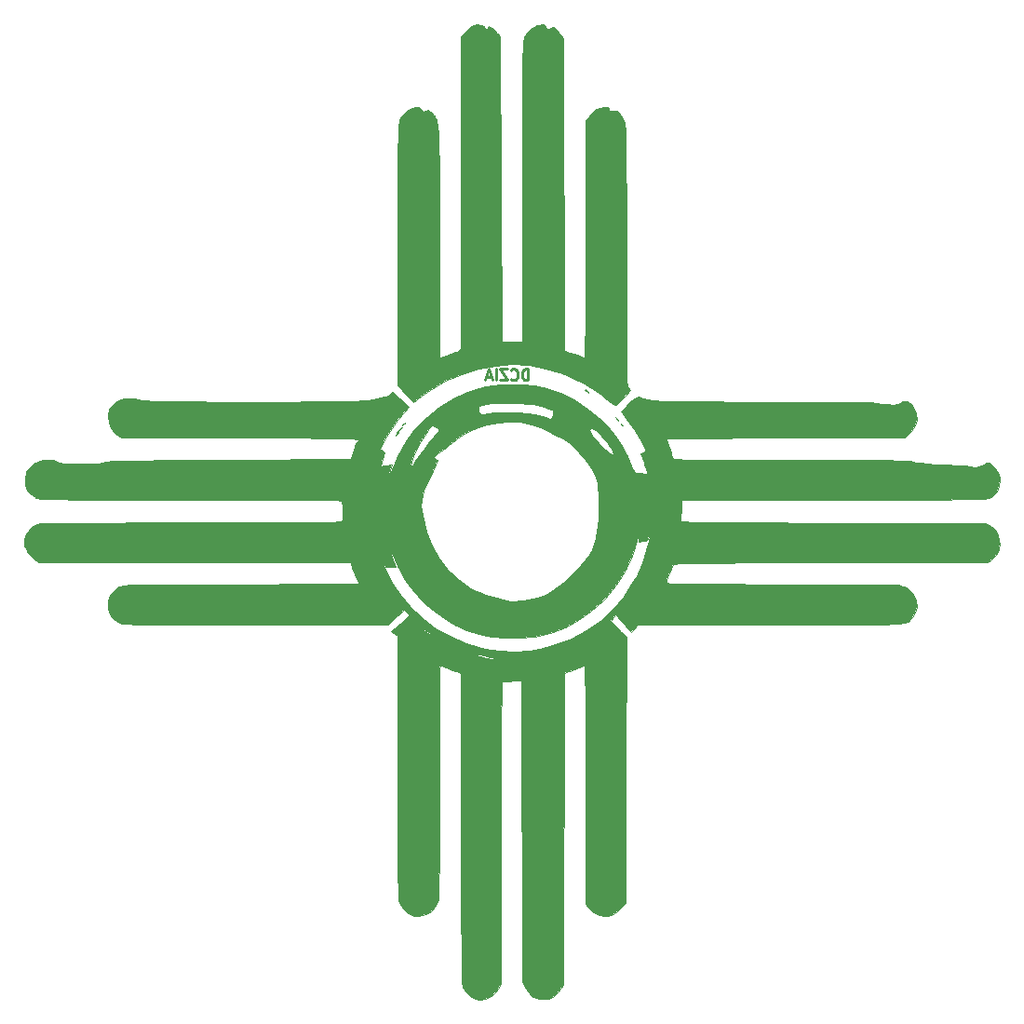
<source format=gbo>
G04 #@! TF.FileFunction,Legend,Bot*
%FSLAX46Y46*%
G04 Gerber Fmt 4.6, Leading zero omitted, Abs format (unit mm)*
G04 Created by KiCad (PCBNEW 4.0.7) date Sunday, July 22, 2018 'PMt' 03:57:27 PM*
%MOMM*%
%LPD*%
G01*
G04 APERTURE LIST*
%ADD10C,0.100000*%
%ADD11C,0.250000*%
%ADD12C,0.010000*%
G04 APERTURE END LIST*
D10*
D11*
X210555602Y-74213981D02*
X210555602Y-73213981D01*
X210317507Y-73213981D01*
X210174649Y-73261600D01*
X210079411Y-73356838D01*
X210031792Y-73452076D01*
X209984173Y-73642552D01*
X209984173Y-73785410D01*
X210031792Y-73975886D01*
X210079411Y-74071124D01*
X210174649Y-74166362D01*
X210317507Y-74213981D01*
X210555602Y-74213981D01*
X208984173Y-74118743D02*
X209031792Y-74166362D01*
X209174649Y-74213981D01*
X209269887Y-74213981D01*
X209412745Y-74166362D01*
X209507983Y-74071124D01*
X209555602Y-73975886D01*
X209603221Y-73785410D01*
X209603221Y-73642552D01*
X209555602Y-73452076D01*
X209507983Y-73356838D01*
X209412745Y-73261600D01*
X209269887Y-73213981D01*
X209174649Y-73213981D01*
X209031792Y-73261600D01*
X208984173Y-73309219D01*
X208650840Y-73213981D02*
X207984173Y-73213981D01*
X208650840Y-74213981D01*
X207984173Y-74213981D01*
X207603221Y-74213981D02*
X207603221Y-73213981D01*
X207174650Y-73928267D02*
X206698459Y-73928267D01*
X207269888Y-74213981D02*
X206936555Y-73213981D01*
X206603221Y-74213981D01*
D12*
G36*
X209841055Y-74649162D02*
X210364914Y-74660535D01*
X210776358Y-74683146D01*
X211119169Y-74721147D01*
X211437130Y-74778695D01*
X211774021Y-74859943D01*
X211963371Y-74910786D01*
X213443272Y-75411406D01*
X214811826Y-76070266D01*
X216059086Y-76881688D01*
X217175108Y-77839991D01*
X217285396Y-77950040D01*
X218193809Y-78958882D01*
X218946594Y-80001103D01*
X219577140Y-81129259D01*
X220118837Y-82395911D01*
X220131866Y-82430708D01*
X220266505Y-82774636D01*
X220365266Y-82993844D01*
X220416679Y-83065110D01*
X220417137Y-83034000D01*
X221361000Y-83034000D01*
X221411000Y-83084000D01*
X221461000Y-83034000D01*
X221411000Y-82984000D01*
X221361000Y-83034000D01*
X220417137Y-83034000D01*
X220417506Y-83009000D01*
X220365999Y-82684000D01*
X220805166Y-82684000D01*
X221101901Y-82711167D01*
X221275890Y-82782644D01*
X221294771Y-82809000D01*
X221339572Y-82855372D01*
X221353105Y-82774977D01*
X221326267Y-82612707D01*
X221247827Y-82314854D01*
X221132328Y-81934581D01*
X221076487Y-81763741D01*
X220791974Y-80911529D01*
X221021897Y-80772020D01*
X221251820Y-80632510D01*
X220923490Y-79980151D01*
X220161576Y-78659188D01*
X219428215Y-77660412D01*
X219202576Y-77378501D01*
X219036779Y-77162014D01*
X218962339Y-77052283D01*
X218961000Y-77047669D01*
X219030616Y-76968789D01*
X219218118Y-76787878D01*
X219491485Y-76535296D01*
X219697108Y-76349699D01*
X220040873Y-76047612D01*
X220277501Y-75861316D01*
X220445462Y-75769495D01*
X220583226Y-75750834D01*
X220722108Y-75781750D01*
X220931503Y-75848168D01*
X221120479Y-75906853D01*
X221302142Y-75958288D01*
X221489599Y-76002957D01*
X221695956Y-76041342D01*
X221934320Y-76073928D01*
X222217795Y-76101198D01*
X222559490Y-76123634D01*
X222972510Y-76141722D01*
X223469961Y-76155943D01*
X224064949Y-76166781D01*
X224770581Y-76174720D01*
X225599964Y-76180244D01*
X226566202Y-76183834D01*
X227682403Y-76185976D01*
X228961673Y-76187152D01*
X230417118Y-76187845D01*
X231747483Y-76188391D01*
X233395379Y-76190210D01*
X234932189Y-76194058D01*
X236348455Y-76199841D01*
X237634717Y-76207462D01*
X238781515Y-76216826D01*
X239779391Y-76227837D01*
X240618884Y-76240401D01*
X241290535Y-76254422D01*
X241784886Y-76269804D01*
X242092475Y-76286452D01*
X242161000Y-76293431D01*
X242792859Y-76376895D01*
X243261253Y-76432645D01*
X243600790Y-76460659D01*
X243846079Y-76460915D01*
X244031728Y-76433389D01*
X244192345Y-76378057D01*
X244362539Y-76294897D01*
X244368183Y-76291957D01*
X244629194Y-76164756D01*
X244802651Y-76128681D01*
X244976779Y-76179446D01*
X245128358Y-76255034D01*
X245393228Y-76439643D01*
X245587885Y-76656148D01*
X245603937Y-76684146D01*
X245842140Y-77280080D01*
X245894522Y-77817602D01*
X245757363Y-78320999D01*
X245426944Y-78814559D01*
X245248292Y-79006231D01*
X244770523Y-79484000D01*
X233915761Y-79484000D01*
X232460584Y-79484468D01*
X231062701Y-79485833D01*
X229734963Y-79488033D01*
X228490220Y-79491006D01*
X227341322Y-79494691D01*
X226301119Y-79499026D01*
X225382461Y-79503949D01*
X224598198Y-79509399D01*
X223961182Y-79515316D01*
X223484261Y-79521636D01*
X223180286Y-79528298D01*
X223062107Y-79535241D01*
X223061000Y-79535987D01*
X223095920Y-79648345D01*
X223187322Y-79892004D01*
X223311000Y-80203227D01*
X223440267Y-80546827D01*
X223530584Y-80835550D01*
X223561000Y-80994097D01*
X223628215Y-81205115D01*
X223718142Y-81326857D01*
X223758289Y-81352077D01*
X223832809Y-81374484D01*
X223952864Y-81394244D01*
X224129617Y-81411521D01*
X224374229Y-81426480D01*
X224697862Y-81439284D01*
X225111680Y-81450100D01*
X225626843Y-81459092D01*
X226254515Y-81466423D01*
X227005857Y-81472260D01*
X227892032Y-81476766D01*
X228924201Y-81480107D01*
X230113528Y-81482447D01*
X231471173Y-81483950D01*
X233008300Y-81484782D01*
X234443142Y-81485082D01*
X236147014Y-81485508D01*
X237662415Y-81486526D01*
X239000875Y-81488304D01*
X240173924Y-81491006D01*
X241193091Y-81494799D01*
X242069906Y-81499849D01*
X242815897Y-81506322D01*
X243442595Y-81514383D01*
X243961529Y-81524198D01*
X244384228Y-81535935D01*
X244722221Y-81549757D01*
X244987039Y-81565832D01*
X245190209Y-81584325D01*
X245343263Y-81605403D01*
X245457729Y-81629230D01*
X245511000Y-81644382D01*
X245812446Y-81712071D01*
X246265023Y-81770085D01*
X246882623Y-81819664D01*
X247679141Y-81862053D01*
X248161000Y-81881385D01*
X248822068Y-81910417D01*
X249437726Y-81946407D01*
X249971877Y-81986543D01*
X250388427Y-82028013D01*
X250651281Y-82068005D01*
X250692545Y-82078594D01*
X251219931Y-82143459D01*
X251754983Y-82010858D01*
X252034987Y-81865682D01*
X252253984Y-81742879D01*
X252398137Y-81725559D01*
X252563315Y-81815009D01*
X252646791Y-81873882D01*
X253060712Y-82277308D01*
X253322910Y-82765191D01*
X253428814Y-83296952D01*
X253373850Y-83832013D01*
X253153446Y-84329793D01*
X252951893Y-84581439D01*
X252661332Y-84840936D01*
X252380492Y-84979145D01*
X252089963Y-85037028D01*
X251933309Y-85044518D01*
X251588704Y-85052005D01*
X251068198Y-85059423D01*
X250383841Y-85066704D01*
X249547683Y-85073780D01*
X248571773Y-85080583D01*
X247468160Y-85087045D01*
X246248894Y-85093099D01*
X244926025Y-85098676D01*
X243511603Y-85103710D01*
X242017676Y-85108131D01*
X240456295Y-85111872D01*
X238839510Y-85114865D01*
X238061000Y-85115998D01*
X224511000Y-85134000D01*
X224490247Y-85784000D01*
X224471541Y-86170111D01*
X224444066Y-86512056D01*
X224419491Y-86700278D01*
X224425680Y-86943317D01*
X224497209Y-87072554D01*
X224599489Y-87089494D01*
X224866114Y-87105242D01*
X225300176Y-87119829D01*
X225904770Y-87133285D01*
X226682991Y-87145639D01*
X227637933Y-87156921D01*
X228772689Y-87167160D01*
X230090356Y-87176387D01*
X231594025Y-87184630D01*
X233286793Y-87191921D01*
X235171754Y-87198288D01*
X237252001Y-87203761D01*
X238417964Y-87206276D01*
X252211000Y-87234000D01*
X252582771Y-87466972D01*
X253018541Y-87831850D01*
X253286506Y-88285638D01*
X253398593Y-88851512D01*
X253403473Y-89061454D01*
X253368457Y-89509224D01*
X253253154Y-89856791D01*
X253024595Y-90167398D01*
X252652313Y-90502258D01*
X252306568Y-90782093D01*
X238069676Y-90808046D01*
X236081224Y-90811853D01*
X234283356Y-90815742D01*
X232666657Y-90819828D01*
X231221709Y-90824229D01*
X229939097Y-90829058D01*
X228809406Y-90834433D01*
X227823219Y-90840468D01*
X226971119Y-90847280D01*
X226243692Y-90854983D01*
X225631521Y-90863695D01*
X225125190Y-90873530D01*
X224715283Y-90884605D01*
X224392385Y-90897035D01*
X224147078Y-90910935D01*
X223969948Y-90926422D01*
X223851578Y-90943612D01*
X223782552Y-90962619D01*
X223753454Y-90983560D01*
X223753215Y-90984000D01*
X223575509Y-91344400D01*
X223403493Y-91736137D01*
X223255144Y-92112224D01*
X223148443Y-92425671D01*
X223101368Y-92629488D01*
X223105900Y-92675749D01*
X223189447Y-92694791D01*
X223418750Y-92711832D01*
X223798999Y-92726925D01*
X224335386Y-92740122D01*
X225033100Y-92751476D01*
X225897331Y-92761040D01*
X226933270Y-92768866D01*
X228146107Y-92775008D01*
X229541031Y-92779518D01*
X231123233Y-92782448D01*
X232897904Y-92783852D01*
X233761000Y-92784000D01*
X235228451Y-92784806D01*
X236632206Y-92787157D01*
X237959698Y-92790949D01*
X239198361Y-92796079D01*
X240335627Y-92802446D01*
X241358931Y-92809945D01*
X242255706Y-92818475D01*
X243013386Y-92827932D01*
X243619404Y-92838213D01*
X244061193Y-92849216D01*
X244326188Y-92860837D01*
X244403017Y-92871083D01*
X244531751Y-92952503D01*
X244738421Y-93014484D01*
X245071326Y-93168004D01*
X245394937Y-93464005D01*
X245661683Y-93848667D01*
X245815617Y-94233190D01*
X245878648Y-94827603D01*
X245759972Y-95367360D01*
X245465290Y-95827867D01*
X245439722Y-95854944D01*
X245352990Y-95947661D01*
X245274347Y-96030810D01*
X245193008Y-96104911D01*
X245098188Y-96170485D01*
X244979101Y-96228050D01*
X244824962Y-96278127D01*
X244624987Y-96321235D01*
X244368390Y-96357895D01*
X244044385Y-96388626D01*
X243642188Y-96413948D01*
X243151014Y-96434380D01*
X242560076Y-96450443D01*
X241858591Y-96462656D01*
X241035773Y-96471539D01*
X240080836Y-96477612D01*
X238982996Y-96481394D01*
X237731467Y-96483406D01*
X236315464Y-96484168D01*
X234724203Y-96484198D01*
X232946897Y-96484017D01*
X232387549Y-96484000D01*
X220549725Y-96484000D01*
X219950363Y-97134000D01*
X219230681Y-96350017D01*
X218511000Y-95566035D01*
X218267164Y-95826512D01*
X218023329Y-96086989D01*
X218417164Y-96504579D01*
X218710196Y-96812299D01*
X219010564Y-97123195D01*
X219138327Y-97253578D01*
X219465654Y-97584987D01*
X219438327Y-109663568D01*
X219411000Y-121742150D01*
X219083830Y-122155204D01*
X218668564Y-122554629D01*
X218170695Y-122839528D01*
X217653276Y-122976629D01*
X217513213Y-122984000D01*
X217071332Y-122899730D01*
X216613286Y-122672464D01*
X216207327Y-122340517D01*
X216061000Y-122168773D01*
X215811000Y-121834000D01*
X215784684Y-111009000D01*
X215779930Y-109235372D01*
X215774686Y-107652535D01*
X215768824Y-106251281D01*
X215762216Y-105022400D01*
X215754735Y-103956684D01*
X215746253Y-103044923D01*
X215736642Y-102277910D01*
X215725775Y-101646436D01*
X215713525Y-101141291D01*
X215699763Y-100753268D01*
X215684363Y-100473156D01*
X215667196Y-100291749D01*
X215648135Y-100199836D01*
X215634684Y-100183722D01*
X215473306Y-100223918D01*
X215215719Y-100325138D01*
X215111000Y-100372813D01*
X214746452Y-100527113D01*
X214346238Y-100671281D01*
X214261000Y-100698090D01*
X213811000Y-100834000D01*
X213711000Y-129234000D01*
X213484447Y-129598315D01*
X213253308Y-129896977D01*
X212960603Y-130186215D01*
X212884447Y-130247988D01*
X212627484Y-130417538D01*
X212373193Y-130503806D01*
X212033714Y-130532469D01*
X211906955Y-130533673D01*
X211537664Y-130519523D01*
X211277403Y-130457292D01*
X211036118Y-130318041D01*
X210889825Y-130206830D01*
X210588270Y-129907383D01*
X210319172Y-129541876D01*
X210243870Y-129406830D01*
X210011000Y-128934000D01*
X209959374Y-101534000D01*
X208190200Y-101597442D01*
X208123125Y-102867976D01*
X208114697Y-103129045D01*
X208106697Y-103576451D01*
X208099185Y-104196529D01*
X208092221Y-104975617D01*
X208085862Y-105900052D01*
X208080168Y-106956171D01*
X208075199Y-108130309D01*
X208071012Y-109408804D01*
X208067668Y-110777993D01*
X208065224Y-112224212D01*
X208063741Y-113733798D01*
X208063277Y-115293088D01*
X208063712Y-116621625D01*
X208071374Y-129104739D01*
X207828705Y-129569369D01*
X207512690Y-129991039D01*
X207084022Y-130311312D01*
X206592606Y-130509186D01*
X206088344Y-130563658D01*
X205673726Y-130476343D01*
X205268348Y-130248106D01*
X204905782Y-129928086D01*
X204646739Y-129575105D01*
X204578091Y-129414786D01*
X204560319Y-129305336D01*
X204544008Y-129091063D01*
X204529087Y-128764852D01*
X204515487Y-128319591D01*
X204503136Y-127748165D01*
X204491965Y-127043461D01*
X204481904Y-126198365D01*
X204472882Y-125205764D01*
X204464829Y-124058544D01*
X204457675Y-122749591D01*
X204451350Y-121271792D01*
X204445783Y-119618033D01*
X204440905Y-117781200D01*
X204436644Y-115754181D01*
X204435175Y-114934000D01*
X204411000Y-100834000D01*
X203961000Y-100696670D01*
X203643848Y-100589851D01*
X203288594Y-100447295D01*
X202840830Y-100246335D01*
X202536000Y-100102978D01*
X202525818Y-100195896D01*
X202516043Y-100475851D01*
X202506768Y-100929881D01*
X202498085Y-101545024D01*
X202490086Y-102308315D01*
X202482864Y-103206794D01*
X202476510Y-104227498D01*
X202471117Y-105357463D01*
X202466778Y-106583728D01*
X202463584Y-107893329D01*
X202461627Y-109273305D01*
X202461000Y-110639064D01*
X202460428Y-112439198D01*
X202458647Y-114048114D01*
X202455561Y-115474589D01*
X202451072Y-116727401D01*
X202445084Y-117815331D01*
X202437499Y-118747154D01*
X202428221Y-119531650D01*
X202417152Y-120177598D01*
X202404196Y-120693774D01*
X202389255Y-121088958D01*
X202372233Y-121371928D01*
X202353032Y-121551463D01*
X202339735Y-121615541D01*
X202084116Y-122142083D01*
X201686341Y-122556447D01*
X201183203Y-122835771D01*
X200611493Y-122957198D01*
X200209614Y-122939019D01*
X199730667Y-122771826D01*
X199306445Y-122444199D01*
X198975229Y-121995024D01*
X198780746Y-121487510D01*
X198761182Y-121348786D01*
X198743629Y-121105749D01*
X198728009Y-120750437D01*
X198714244Y-120274890D01*
X198702256Y-119671144D01*
X198691968Y-118931239D01*
X198683302Y-118047211D01*
X198676179Y-117011100D01*
X198670522Y-115814943D01*
X198666254Y-114450778D01*
X198663296Y-112910644D01*
X198661570Y-111186578D01*
X198661000Y-109270618D01*
X198661000Y-99126518D01*
X205585148Y-99126518D01*
X205647473Y-99173946D01*
X205846380Y-99254005D01*
X206125159Y-99347961D01*
X206427099Y-99437084D01*
X206695490Y-99502641D01*
X206761000Y-99514914D01*
X207099537Y-99562534D01*
X207294783Y-99562278D01*
X207397670Y-99513986D01*
X207398756Y-99512910D01*
X207339346Y-99465258D01*
X207121582Y-99395199D01*
X206784255Y-99313984D01*
X206546049Y-99265617D01*
X206142297Y-99192991D01*
X205819634Y-99143220D01*
X205623132Y-99122831D01*
X205585148Y-99126518D01*
X198661000Y-99126518D01*
X198661000Y-99034000D01*
X205361000Y-99034000D01*
X205411000Y-99084000D01*
X205461000Y-99034000D01*
X205411000Y-98984000D01*
X205361000Y-99034000D01*
X198661000Y-99034000D01*
X198661000Y-97634000D01*
X202161000Y-97634000D01*
X202211000Y-97684000D01*
X202261000Y-97634000D01*
X202211000Y-97584000D01*
X202161000Y-97634000D01*
X198661000Y-97634000D01*
X198661000Y-97534000D01*
X201961000Y-97534000D01*
X202011000Y-97584000D01*
X202061000Y-97534000D01*
X202011000Y-97484000D01*
X201961000Y-97534000D01*
X198661000Y-97534000D01*
X198661000Y-97500681D01*
X198111000Y-97085655D01*
X198394617Y-96826422D01*
X200921929Y-96826422D01*
X201040059Y-96970249D01*
X201268910Y-97151385D01*
X201397053Y-97233977D01*
X201693286Y-97404205D01*
X201851122Y-97478306D01*
X201858548Y-97451349D01*
X201806000Y-97401793D01*
X201503440Y-97153572D01*
X201232762Y-96955205D01*
X201028337Y-96829064D01*
X200924538Y-96797518D01*
X200921929Y-96826422D01*
X198394617Y-96826422D01*
X198611000Y-96628643D01*
X198928887Y-96344609D01*
X199242857Y-96074551D01*
X199440239Y-95912712D01*
X199769479Y-95653794D01*
X199495710Y-95368040D01*
X199221940Y-95082287D01*
X198516470Y-95787642D01*
X197811000Y-96492998D01*
X185860945Y-96487326D01*
X183917046Y-96485560D01*
X182124383Y-96482203D01*
X180487692Y-96477296D01*
X179011708Y-96470881D01*
X177701168Y-96462996D01*
X176560806Y-96453683D01*
X175595358Y-96442982D01*
X174809561Y-96430933D01*
X174208149Y-96417577D01*
X173795859Y-96402955D01*
X173577425Y-96387106D01*
X173550617Y-96382177D01*
X173064854Y-96154520D01*
X172693841Y-95795391D01*
X172446759Y-95343188D01*
X172332790Y-94836309D01*
X172361117Y-94313150D01*
X172540921Y-93812110D01*
X172840235Y-93411431D01*
X172934796Y-93313274D01*
X173018669Y-93225893D01*
X173103402Y-93148663D01*
X173200540Y-93080960D01*
X173321628Y-93022159D01*
X173478212Y-92971635D01*
X173681838Y-92928765D01*
X173944051Y-92892924D01*
X174276397Y-92863487D01*
X174690423Y-92839830D01*
X175197673Y-92821329D01*
X175809693Y-92807358D01*
X176538029Y-92797295D01*
X177394226Y-92790513D01*
X178389831Y-92786389D01*
X179536389Y-92784299D01*
X180845446Y-92783617D01*
X182328547Y-92783719D01*
X183997238Y-92783982D01*
X184441121Y-92783999D01*
X185879319Y-92783445D01*
X187261040Y-92781832D01*
X188573172Y-92779233D01*
X189802607Y-92775722D01*
X190936234Y-92771373D01*
X191960942Y-92766260D01*
X192863621Y-92760456D01*
X193631161Y-92754036D01*
X194250451Y-92747073D01*
X194708383Y-92739640D01*
X194991844Y-92731812D01*
X195087567Y-92724099D01*
X195080673Y-92608569D01*
X194995136Y-92383446D01*
X194929234Y-92249160D01*
X194762872Y-91888744D01*
X194604213Y-91476406D01*
X194557453Y-91334061D01*
X194403906Y-90834000D01*
X180357453Y-90809036D01*
X178693909Y-90806082D01*
X177083233Y-90803228D01*
X175536967Y-90800492D01*
X174066657Y-90797896D01*
X172683845Y-90795459D01*
X171400075Y-90793202D01*
X170226893Y-90791145D01*
X169175841Y-90789309D01*
X168258463Y-90787713D01*
X167486304Y-90786377D01*
X166870907Y-90785323D01*
X166423816Y-90784569D01*
X166156575Y-90784137D01*
X166081238Y-90784036D01*
X165867402Y-90707072D01*
X165575017Y-90493386D01*
X165373707Y-90306231D01*
X165225452Y-90122675D01*
X197088991Y-90122675D01*
X197099398Y-90237311D01*
X197182734Y-90492711D01*
X197322565Y-90850709D01*
X197502460Y-91273141D01*
X197705987Y-91721845D01*
X197916715Y-92158655D01*
X198118212Y-92545407D01*
X198178492Y-92653124D01*
X198974058Y-93850397D01*
X199933866Y-94964563D01*
X201032141Y-95974910D01*
X202243108Y-96860725D01*
X203540993Y-97601298D01*
X204900018Y-98175916D01*
X205161000Y-98263969D01*
X206586858Y-98654259D01*
X207954901Y-98875335D01*
X209309382Y-98929978D01*
X210694558Y-98820966D01*
X211606667Y-98668766D01*
X213093489Y-98276697D01*
X214515618Y-97708083D01*
X215855557Y-96976143D01*
X217095809Y-96094096D01*
X218218875Y-95075159D01*
X219207260Y-93932554D01*
X220043466Y-92679498D01*
X220390742Y-92032435D01*
X220925017Y-90845691D01*
X221310244Y-89732848D01*
X221504413Y-88950515D01*
X221585945Y-88529334D01*
X221633515Y-88229114D01*
X221646608Y-88066556D01*
X221624707Y-88058360D01*
X221567296Y-88221225D01*
X221521925Y-88384000D01*
X221437645Y-88659229D01*
X221335795Y-88795641D01*
X221153576Y-88849236D01*
X220982875Y-88864694D01*
X220563265Y-88895388D01*
X220615862Y-88414694D01*
X220628521Y-88237749D01*
X220607484Y-88228448D01*
X220548898Y-88395259D01*
X220448911Y-88746652D01*
X220425182Y-88834000D01*
X219979562Y-90213080D01*
X219416933Y-91456507D01*
X218714249Y-92605179D01*
X217848465Y-93699993D01*
X217423582Y-94160965D01*
X216304562Y-95201230D01*
X215121059Y-96055002D01*
X213866135Y-96725018D01*
X212532851Y-97214018D01*
X211114267Y-97524739D01*
X209603445Y-97659920D01*
X208568785Y-97654955D01*
X207254708Y-97546446D01*
X206059390Y-97319876D01*
X204930575Y-96960883D01*
X203816004Y-96455102D01*
X203416015Y-96238729D01*
X202265612Y-95484633D01*
X201186323Y-94566512D01*
X200204614Y-93515289D01*
X199346949Y-92361891D01*
X198639793Y-91137244D01*
X198211340Y-90156770D01*
X198103093Y-89895190D01*
X198019427Y-89740775D01*
X197990515Y-89721150D01*
X198004546Y-89827009D01*
X198078924Y-90070773D01*
X198198764Y-90405035D01*
X198234547Y-90498380D01*
X198520189Y-91234000D01*
X197566686Y-91234000D01*
X197350432Y-90655743D01*
X197231642Y-90362353D01*
X197136260Y-90170538D01*
X197088991Y-90122675D01*
X165225452Y-90122675D01*
X164992293Y-89834000D01*
X196961000Y-89834000D01*
X197011000Y-89884000D01*
X197061000Y-89834000D01*
X197011000Y-89784000D01*
X196961000Y-89834000D01*
X164992293Y-89834000D01*
X164962094Y-89796611D01*
X164852709Y-89534000D01*
X196861000Y-89534000D01*
X196911000Y-89584000D01*
X196961000Y-89534000D01*
X196911000Y-89484000D01*
X196861000Y-89534000D01*
X164852709Y-89534000D01*
X164807585Y-89425666D01*
X197868894Y-89425666D01*
X197887280Y-89555368D01*
X197921416Y-89556916D01*
X197945288Y-89423077D01*
X197929311Y-89365250D01*
X197884908Y-89327371D01*
X197868894Y-89425666D01*
X164807585Y-89425666D01*
X164749890Y-89287155D01*
X164744637Y-89084000D01*
X197761000Y-89084000D01*
X197797588Y-89166311D01*
X197827666Y-89150666D01*
X197839634Y-89031990D01*
X197827666Y-89017333D01*
X197768216Y-89031060D01*
X197761000Y-89084000D01*
X164744637Y-89084000D01*
X164736581Y-88772499D01*
X164921650Y-88247280D01*
X165143144Y-87904211D01*
X165430670Y-87590428D01*
X165761495Y-87392263D01*
X166158647Y-87271623D01*
X166300004Y-87261702D01*
X166629386Y-87251951D01*
X167134819Y-87242451D01*
X167804329Y-87233282D01*
X168625941Y-87224526D01*
X169587681Y-87216264D01*
X170677574Y-87208578D01*
X171883646Y-87201548D01*
X173193922Y-87195256D01*
X174596427Y-87189782D01*
X176079188Y-87185209D01*
X177630230Y-87181617D01*
X179237578Y-87179088D01*
X179911000Y-87178376D01*
X181534649Y-87176370D01*
X183104780Y-87173388D01*
X184609607Y-87169502D01*
X186037343Y-87164787D01*
X187376203Y-87159317D01*
X188614401Y-87153164D01*
X189740152Y-87146404D01*
X190741669Y-87139109D01*
X191607167Y-87131353D01*
X192324860Y-87123210D01*
X192882963Y-87114754D01*
X193269689Y-87106058D01*
X193473252Y-87097197D01*
X193501505Y-87093366D01*
X193593528Y-87036400D01*
X193649513Y-86924049D01*
X193677370Y-86714842D01*
X193685009Y-86367310D01*
X193683803Y-86137664D01*
X193666717Y-85654143D01*
X200809445Y-85654143D01*
X200847749Y-86157443D01*
X200909871Y-86512669D01*
X201293997Y-87975631D01*
X201810953Y-89293459D01*
X202459378Y-90464189D01*
X203237907Y-91485855D01*
X204145179Y-92356491D01*
X205179829Y-93074132D01*
X205629741Y-93318258D01*
X206127793Y-93540945D01*
X206709079Y-93756075D01*
X207332018Y-93952883D01*
X207955026Y-94120604D01*
X208536520Y-94248472D01*
X209034919Y-94325720D01*
X209408640Y-94341585D01*
X209523215Y-94326263D01*
X209682894Y-94298377D01*
X209961261Y-94257212D01*
X210123215Y-94235015D01*
X211018150Y-94084265D01*
X211744712Y-93890097D01*
X212331467Y-93643966D01*
X212579142Y-93500162D01*
X213730408Y-92650084D01*
X214844566Y-91608943D01*
X215362935Y-91044451D01*
X215780803Y-90546435D01*
X216095938Y-90107219D01*
X216334218Y-89673008D01*
X216521521Y-89190008D01*
X216683725Y-88604423D01*
X216811117Y-88034000D01*
X216880221Y-87584000D01*
X220676789Y-87584000D01*
X220692504Y-87725963D01*
X220727228Y-87709000D01*
X220740435Y-87504265D01*
X220727228Y-87459000D01*
X220690728Y-87446437D01*
X220676789Y-87584000D01*
X216880221Y-87584000D01*
X216894052Y-87493934D01*
X216950513Y-86825766D01*
X216980169Y-86085180D01*
X216982691Y-85327862D01*
X216957749Y-84609498D01*
X216908386Y-84025666D01*
X220568894Y-84025666D01*
X220587280Y-84155368D01*
X220621416Y-84156916D01*
X220645288Y-84023077D01*
X220629311Y-83965250D01*
X220584908Y-83927371D01*
X220568894Y-84025666D01*
X216908386Y-84025666D01*
X216905013Y-83985774D01*
X216839955Y-83584000D01*
X220476789Y-83584000D01*
X220492504Y-83725963D01*
X220527228Y-83709000D01*
X220540435Y-83504265D01*
X220527228Y-83459000D01*
X220490728Y-83446437D01*
X220476789Y-83584000D01*
X216839955Y-83584000D01*
X216837576Y-83569309D01*
X216602718Y-82823093D01*
X216227509Y-82097932D01*
X215695006Y-81366519D01*
X215009002Y-80622100D01*
X214644147Y-80265788D01*
X214339761Y-79991169D01*
X214049808Y-79766554D01*
X213728252Y-79560256D01*
X213329056Y-79340588D01*
X212806186Y-79075863D01*
X212651014Y-78999059D01*
X212184352Y-78780285D01*
X216110926Y-78780285D01*
X216189407Y-78971537D01*
X216390882Y-79252793D01*
X216724355Y-79640284D01*
X217069352Y-80013414D01*
X217482476Y-80444891D01*
X217784362Y-80741073D01*
X217994310Y-80918189D01*
X218131622Y-80992471D01*
X218215597Y-80980147D01*
X218217327Y-80978748D01*
X218270484Y-80887799D01*
X218240618Y-80738525D01*
X218114590Y-80491492D01*
X217981184Y-80269981D01*
X217724634Y-79901683D01*
X217415482Y-79526252D01*
X217086668Y-79176101D01*
X216771133Y-78883641D01*
X216501816Y-78681287D01*
X216311659Y-78601450D01*
X216286929Y-78602858D01*
X216146435Y-78662803D01*
X216110926Y-78780285D01*
X212184352Y-78780285D01*
X211838573Y-78618182D01*
X211136384Y-78340484D01*
X210492370Y-78152315D01*
X209854451Y-78040026D01*
X209170551Y-77989967D01*
X208778038Y-77984000D01*
X207784632Y-78055672D01*
X206772756Y-78259647D01*
X205787402Y-78579359D01*
X204873564Y-78998242D01*
X204076238Y-79499732D01*
X203619798Y-79883090D01*
X203331242Y-80153598D01*
X203097049Y-80360917D01*
X202953980Y-80473006D01*
X202930430Y-80484000D01*
X202807079Y-80539078D01*
X202593905Y-80676334D01*
X202347751Y-80853800D01*
X202125463Y-81029508D01*
X201983883Y-81161491D01*
X201961000Y-81199731D01*
X202038453Y-81302189D01*
X202160326Y-81383639D01*
X202242338Y-81438729D01*
X202275751Y-81516217D01*
X202251248Y-81650134D01*
X202159516Y-81874509D01*
X201991239Y-82223373D01*
X201856863Y-82492243D01*
X201455856Y-83322465D01*
X201158511Y-84020230D01*
X200956926Y-84619073D01*
X200843204Y-85152532D01*
X200809445Y-85654143D01*
X193666717Y-85654143D01*
X193666201Y-85639556D01*
X193623012Y-85325029D01*
X193552069Y-85179041D01*
X193545053Y-85174144D01*
X193431115Y-85164469D01*
X193128773Y-85155108D01*
X192649621Y-85146129D01*
X192005256Y-85137600D01*
X191207272Y-85129592D01*
X190267264Y-85122171D01*
X189196829Y-85115409D01*
X188007560Y-85109372D01*
X186711054Y-85104131D01*
X185318906Y-85099753D01*
X183842711Y-85096308D01*
X182294064Y-85093865D01*
X180684561Y-85092491D01*
X179740596Y-85092214D01*
X177812057Y-85091976D01*
X176073369Y-85091539D01*
X174514386Y-85090762D01*
X173124959Y-85089504D01*
X171894940Y-85087626D01*
X170814182Y-85084986D01*
X169872536Y-85081444D01*
X169059854Y-85076859D01*
X168365988Y-85071090D01*
X167780791Y-85063997D01*
X167294115Y-85055439D01*
X166895811Y-85045276D01*
X166575732Y-85033367D01*
X166323729Y-85019571D01*
X166129656Y-85003748D01*
X165983363Y-84985756D01*
X165874703Y-84965456D01*
X165793527Y-84942707D01*
X165729689Y-84917368D01*
X165688841Y-84897481D01*
X165231142Y-84564010D01*
X164923391Y-84132544D01*
X164907999Y-84084000D01*
X197561000Y-84084000D01*
X197597588Y-84166311D01*
X197627666Y-84150666D01*
X197639634Y-84031990D01*
X197627666Y-84017333D01*
X197568216Y-84031060D01*
X197561000Y-84084000D01*
X164907999Y-84084000D01*
X164766841Y-83638841D01*
X164766738Y-83625666D01*
X197668894Y-83625666D01*
X197687280Y-83755368D01*
X197721416Y-83756916D01*
X197745288Y-83623077D01*
X197729311Y-83565250D01*
X197684908Y-83527371D01*
X197668894Y-83625666D01*
X164766738Y-83625666D01*
X164762747Y-83118662D01*
X164860752Y-82784000D01*
X196861000Y-82784000D01*
X196897588Y-82866311D01*
X196927666Y-82850666D01*
X196939634Y-82731990D01*
X196927666Y-82717333D01*
X196868216Y-82731060D01*
X196861000Y-82784000D01*
X164860752Y-82784000D01*
X164912362Y-82607766D01*
X165216943Y-82141913D01*
X165580897Y-81820211D01*
X165962464Y-81635359D01*
X166433766Y-81520175D01*
X166927882Y-81480091D01*
X167377889Y-81520540D01*
X167716653Y-81646816D01*
X167840192Y-81714590D01*
X167993916Y-81763941D01*
X168209450Y-81797701D01*
X168518421Y-81818702D01*
X168952456Y-81829776D01*
X169543182Y-81833757D01*
X169806729Y-81834000D01*
X170519323Y-81829665D01*
X171060512Y-81815342D01*
X171458730Y-81789051D01*
X171742412Y-81748812D01*
X171939993Y-81692644D01*
X171961000Y-81684000D01*
X172037446Y-81660131D01*
X172156831Y-81638629D01*
X172330029Y-81619302D01*
X172567918Y-81601961D01*
X172881374Y-81586415D01*
X173281272Y-81572471D01*
X173778490Y-81559941D01*
X174383904Y-81548632D01*
X175108390Y-81538354D01*
X175962824Y-81528917D01*
X176958083Y-81520129D01*
X178105043Y-81511799D01*
X179414580Y-81503737D01*
X180897571Y-81495753D01*
X182564893Y-81487654D01*
X183361000Y-81484000D01*
X194411000Y-81434000D01*
X194661000Y-80665678D01*
X194786708Y-80297713D01*
X194897662Y-80005486D01*
X194974168Y-79839998D01*
X194986000Y-79824012D01*
X195038041Y-79771030D01*
X195072550Y-79723859D01*
X195078894Y-79682162D01*
X195046438Y-79645602D01*
X194964549Y-79613839D01*
X194822595Y-79586538D01*
X194609940Y-79563359D01*
X194315952Y-79543967D01*
X193929998Y-79528023D01*
X193441443Y-79515189D01*
X192839654Y-79505129D01*
X192113997Y-79497504D01*
X191253840Y-79491978D01*
X190248549Y-79488211D01*
X189087489Y-79485868D01*
X187760028Y-79484610D01*
X186255532Y-79484100D01*
X184563367Y-79484000D01*
X173489157Y-79484000D01*
X173026907Y-79077110D01*
X172616667Y-78601280D01*
X172381350Y-78067481D01*
X172325943Y-77506364D01*
X172455439Y-76948580D01*
X172627350Y-76623080D01*
X172861254Y-76375354D01*
X173198533Y-76137134D01*
X173553336Y-75962582D01*
X173761000Y-75907867D01*
X174249683Y-75878654D01*
X174728067Y-75899218D01*
X175127440Y-75964000D01*
X175326796Y-76034539D01*
X175475775Y-76060449D01*
X175808169Y-76084194D01*
X176307402Y-76105766D01*
X176956900Y-76125157D01*
X177740089Y-76142356D01*
X178640395Y-76157357D01*
X179641243Y-76170150D01*
X180726059Y-76180726D01*
X181878268Y-76189078D01*
X183081296Y-76195195D01*
X184318569Y-76199070D01*
X185573511Y-76200695D01*
X186829550Y-76200059D01*
X188070111Y-76197156D01*
X189278618Y-76191975D01*
X190438498Y-76184509D01*
X191533177Y-76174748D01*
X192546079Y-76162685D01*
X193460632Y-76148310D01*
X194260259Y-76131615D01*
X194928388Y-76112592D01*
X195448442Y-76091230D01*
X195803850Y-76067523D01*
X195964990Y-76045300D01*
X196397834Y-75950521D01*
X196880313Y-75866508D01*
X197099417Y-75836428D01*
X197531512Y-75753330D01*
X197825115Y-75613631D01*
X197928962Y-75525127D01*
X198103639Y-75362587D01*
X198210805Y-75285074D01*
X198216239Y-75283999D01*
X198301816Y-75350238D01*
X198495356Y-75528722D01*
X198764582Y-75789101D01*
X198966240Y-75989250D01*
X199670092Y-76694500D01*
X199201588Y-77214250D01*
X198653211Y-77875456D01*
X198116017Y-78617921D01*
X197644588Y-79363047D01*
X197403034Y-79804157D01*
X197063363Y-80474314D01*
X197283097Y-80628222D01*
X197502832Y-80782130D01*
X197223143Y-81640958D01*
X197104821Y-82024985D01*
X197022857Y-82332110D01*
X196988745Y-82517028D01*
X196992710Y-82549044D01*
X197044975Y-82500053D01*
X197104338Y-82314042D01*
X197107397Y-82300403D01*
X197165709Y-82118717D01*
X197276382Y-82024423D01*
X197499540Y-81981036D01*
X197654734Y-81968252D01*
X198136642Y-81934000D01*
X197996086Y-82384000D01*
X197873351Y-82799798D01*
X197813127Y-83051318D01*
X197812825Y-83132095D01*
X197869853Y-83035661D01*
X197981621Y-82755552D01*
X198058722Y-82540297D01*
X198293518Y-81981788D01*
X199865069Y-81981788D01*
X199882164Y-82064485D01*
X199966295Y-82020405D01*
X199990483Y-82000764D01*
X200107900Y-81867278D01*
X200305720Y-81605000D01*
X200555477Y-81252909D01*
X200806349Y-80883625D01*
X201127466Y-80420754D01*
X201473761Y-79953156D01*
X201796426Y-79545329D01*
X201981625Y-79330469D01*
X202240663Y-79041956D01*
X202380365Y-78860969D01*
X202418168Y-78749115D01*
X202371511Y-78667999D01*
X202306445Y-78615281D01*
X202024770Y-78420030D01*
X201838747Y-78354124D01*
X201691903Y-78417067D01*
X201527768Y-78608361D01*
X201527712Y-78608435D01*
X201087932Y-79240422D01*
X200683735Y-79907755D01*
X200338343Y-80565680D01*
X200074975Y-81169446D01*
X199916854Y-81674298D01*
X199903746Y-81738208D01*
X199865069Y-81981788D01*
X198293518Y-81981788D01*
X198649903Y-81134058D01*
X199402766Y-79826150D01*
X200303634Y-78631065D01*
X201338827Y-77563300D01*
X202412410Y-76703247D01*
X206015792Y-76703247D01*
X206050794Y-76944060D01*
X206070511Y-77022230D01*
X206153155Y-77266287D01*
X206252069Y-77360435D01*
X206420840Y-77351251D01*
X206443522Y-77346465D01*
X207442323Y-77188140D01*
X208508758Y-77121938D01*
X209588840Y-77145254D01*
X210628587Y-77255484D01*
X211574014Y-77450023D01*
X212111000Y-77619930D01*
X212425940Y-77722666D01*
X212611030Y-77725107D01*
X212717147Y-77612617D01*
X212780067Y-77427484D01*
X212824572Y-77181229D01*
X212817650Y-77019405D01*
X212686060Y-76907677D01*
X212385888Y-76780650D01*
X211947018Y-76647742D01*
X211399335Y-76518370D01*
X210957516Y-76433246D01*
X210451905Y-76365751D01*
X209855785Y-76320541D01*
X209204050Y-76296622D01*
X208531592Y-76293000D01*
X207873308Y-76308680D01*
X207264090Y-76342670D01*
X206738832Y-76393976D01*
X206332430Y-76461603D01*
X206079777Y-76544558D01*
X206037989Y-76573359D01*
X206015792Y-76703247D01*
X202412410Y-76703247D01*
X202494669Y-76637349D01*
X203757480Y-75867706D01*
X204812361Y-75383459D01*
X205503211Y-75123908D01*
X206121898Y-74930594D01*
X206719880Y-74794776D01*
X207348615Y-74707715D01*
X208059561Y-74660670D01*
X208904178Y-74644903D01*
X209161000Y-74644872D01*
X209841055Y-74649162D01*
X209841055Y-74649162D01*
G37*
X209841055Y-74649162D02*
X210364914Y-74660535D01*
X210776358Y-74683146D01*
X211119169Y-74721147D01*
X211437130Y-74778695D01*
X211774021Y-74859943D01*
X211963371Y-74910786D01*
X213443272Y-75411406D01*
X214811826Y-76070266D01*
X216059086Y-76881688D01*
X217175108Y-77839991D01*
X217285396Y-77950040D01*
X218193809Y-78958882D01*
X218946594Y-80001103D01*
X219577140Y-81129259D01*
X220118837Y-82395911D01*
X220131866Y-82430708D01*
X220266505Y-82774636D01*
X220365266Y-82993844D01*
X220416679Y-83065110D01*
X220417137Y-83034000D01*
X221361000Y-83034000D01*
X221411000Y-83084000D01*
X221461000Y-83034000D01*
X221411000Y-82984000D01*
X221361000Y-83034000D01*
X220417137Y-83034000D01*
X220417506Y-83009000D01*
X220365999Y-82684000D01*
X220805166Y-82684000D01*
X221101901Y-82711167D01*
X221275890Y-82782644D01*
X221294771Y-82809000D01*
X221339572Y-82855372D01*
X221353105Y-82774977D01*
X221326267Y-82612707D01*
X221247827Y-82314854D01*
X221132328Y-81934581D01*
X221076487Y-81763741D01*
X220791974Y-80911529D01*
X221021897Y-80772020D01*
X221251820Y-80632510D01*
X220923490Y-79980151D01*
X220161576Y-78659188D01*
X219428215Y-77660412D01*
X219202576Y-77378501D01*
X219036779Y-77162014D01*
X218962339Y-77052283D01*
X218961000Y-77047669D01*
X219030616Y-76968789D01*
X219218118Y-76787878D01*
X219491485Y-76535296D01*
X219697108Y-76349699D01*
X220040873Y-76047612D01*
X220277501Y-75861316D01*
X220445462Y-75769495D01*
X220583226Y-75750834D01*
X220722108Y-75781750D01*
X220931503Y-75848168D01*
X221120479Y-75906853D01*
X221302142Y-75958288D01*
X221489599Y-76002957D01*
X221695956Y-76041342D01*
X221934320Y-76073928D01*
X222217795Y-76101198D01*
X222559490Y-76123634D01*
X222972510Y-76141722D01*
X223469961Y-76155943D01*
X224064949Y-76166781D01*
X224770581Y-76174720D01*
X225599964Y-76180244D01*
X226566202Y-76183834D01*
X227682403Y-76185976D01*
X228961673Y-76187152D01*
X230417118Y-76187845D01*
X231747483Y-76188391D01*
X233395379Y-76190210D01*
X234932189Y-76194058D01*
X236348455Y-76199841D01*
X237634717Y-76207462D01*
X238781515Y-76216826D01*
X239779391Y-76227837D01*
X240618884Y-76240401D01*
X241290535Y-76254422D01*
X241784886Y-76269804D01*
X242092475Y-76286452D01*
X242161000Y-76293431D01*
X242792859Y-76376895D01*
X243261253Y-76432645D01*
X243600790Y-76460659D01*
X243846079Y-76460915D01*
X244031728Y-76433389D01*
X244192345Y-76378057D01*
X244362539Y-76294897D01*
X244368183Y-76291957D01*
X244629194Y-76164756D01*
X244802651Y-76128681D01*
X244976779Y-76179446D01*
X245128358Y-76255034D01*
X245393228Y-76439643D01*
X245587885Y-76656148D01*
X245603937Y-76684146D01*
X245842140Y-77280080D01*
X245894522Y-77817602D01*
X245757363Y-78320999D01*
X245426944Y-78814559D01*
X245248292Y-79006231D01*
X244770523Y-79484000D01*
X233915761Y-79484000D01*
X232460584Y-79484468D01*
X231062701Y-79485833D01*
X229734963Y-79488033D01*
X228490220Y-79491006D01*
X227341322Y-79494691D01*
X226301119Y-79499026D01*
X225382461Y-79503949D01*
X224598198Y-79509399D01*
X223961182Y-79515316D01*
X223484261Y-79521636D01*
X223180286Y-79528298D01*
X223062107Y-79535241D01*
X223061000Y-79535987D01*
X223095920Y-79648345D01*
X223187322Y-79892004D01*
X223311000Y-80203227D01*
X223440267Y-80546827D01*
X223530584Y-80835550D01*
X223561000Y-80994097D01*
X223628215Y-81205115D01*
X223718142Y-81326857D01*
X223758289Y-81352077D01*
X223832809Y-81374484D01*
X223952864Y-81394244D01*
X224129617Y-81411521D01*
X224374229Y-81426480D01*
X224697862Y-81439284D01*
X225111680Y-81450100D01*
X225626843Y-81459092D01*
X226254515Y-81466423D01*
X227005857Y-81472260D01*
X227892032Y-81476766D01*
X228924201Y-81480107D01*
X230113528Y-81482447D01*
X231471173Y-81483950D01*
X233008300Y-81484782D01*
X234443142Y-81485082D01*
X236147014Y-81485508D01*
X237662415Y-81486526D01*
X239000875Y-81488304D01*
X240173924Y-81491006D01*
X241193091Y-81494799D01*
X242069906Y-81499849D01*
X242815897Y-81506322D01*
X243442595Y-81514383D01*
X243961529Y-81524198D01*
X244384228Y-81535935D01*
X244722221Y-81549757D01*
X244987039Y-81565832D01*
X245190209Y-81584325D01*
X245343263Y-81605403D01*
X245457729Y-81629230D01*
X245511000Y-81644382D01*
X245812446Y-81712071D01*
X246265023Y-81770085D01*
X246882623Y-81819664D01*
X247679141Y-81862053D01*
X248161000Y-81881385D01*
X248822068Y-81910417D01*
X249437726Y-81946407D01*
X249971877Y-81986543D01*
X250388427Y-82028013D01*
X250651281Y-82068005D01*
X250692545Y-82078594D01*
X251219931Y-82143459D01*
X251754983Y-82010858D01*
X252034987Y-81865682D01*
X252253984Y-81742879D01*
X252398137Y-81725559D01*
X252563315Y-81815009D01*
X252646791Y-81873882D01*
X253060712Y-82277308D01*
X253322910Y-82765191D01*
X253428814Y-83296952D01*
X253373850Y-83832013D01*
X253153446Y-84329793D01*
X252951893Y-84581439D01*
X252661332Y-84840936D01*
X252380492Y-84979145D01*
X252089963Y-85037028D01*
X251933309Y-85044518D01*
X251588704Y-85052005D01*
X251068198Y-85059423D01*
X250383841Y-85066704D01*
X249547683Y-85073780D01*
X248571773Y-85080583D01*
X247468160Y-85087045D01*
X246248894Y-85093099D01*
X244926025Y-85098676D01*
X243511603Y-85103710D01*
X242017676Y-85108131D01*
X240456295Y-85111872D01*
X238839510Y-85114865D01*
X238061000Y-85115998D01*
X224511000Y-85134000D01*
X224490247Y-85784000D01*
X224471541Y-86170111D01*
X224444066Y-86512056D01*
X224419491Y-86700278D01*
X224425680Y-86943317D01*
X224497209Y-87072554D01*
X224599489Y-87089494D01*
X224866114Y-87105242D01*
X225300176Y-87119829D01*
X225904770Y-87133285D01*
X226682991Y-87145639D01*
X227637933Y-87156921D01*
X228772689Y-87167160D01*
X230090356Y-87176387D01*
X231594025Y-87184630D01*
X233286793Y-87191921D01*
X235171754Y-87198288D01*
X237252001Y-87203761D01*
X238417964Y-87206276D01*
X252211000Y-87234000D01*
X252582771Y-87466972D01*
X253018541Y-87831850D01*
X253286506Y-88285638D01*
X253398593Y-88851512D01*
X253403473Y-89061454D01*
X253368457Y-89509224D01*
X253253154Y-89856791D01*
X253024595Y-90167398D01*
X252652313Y-90502258D01*
X252306568Y-90782093D01*
X238069676Y-90808046D01*
X236081224Y-90811853D01*
X234283356Y-90815742D01*
X232666657Y-90819828D01*
X231221709Y-90824229D01*
X229939097Y-90829058D01*
X228809406Y-90834433D01*
X227823219Y-90840468D01*
X226971119Y-90847280D01*
X226243692Y-90854983D01*
X225631521Y-90863695D01*
X225125190Y-90873530D01*
X224715283Y-90884605D01*
X224392385Y-90897035D01*
X224147078Y-90910935D01*
X223969948Y-90926422D01*
X223851578Y-90943612D01*
X223782552Y-90962619D01*
X223753454Y-90983560D01*
X223753215Y-90984000D01*
X223575509Y-91344400D01*
X223403493Y-91736137D01*
X223255144Y-92112224D01*
X223148443Y-92425671D01*
X223101368Y-92629488D01*
X223105900Y-92675749D01*
X223189447Y-92694791D01*
X223418750Y-92711832D01*
X223798999Y-92726925D01*
X224335386Y-92740122D01*
X225033100Y-92751476D01*
X225897331Y-92761040D01*
X226933270Y-92768866D01*
X228146107Y-92775008D01*
X229541031Y-92779518D01*
X231123233Y-92782448D01*
X232897904Y-92783852D01*
X233761000Y-92784000D01*
X235228451Y-92784806D01*
X236632206Y-92787157D01*
X237959698Y-92790949D01*
X239198361Y-92796079D01*
X240335627Y-92802446D01*
X241358931Y-92809945D01*
X242255706Y-92818475D01*
X243013386Y-92827932D01*
X243619404Y-92838213D01*
X244061193Y-92849216D01*
X244326188Y-92860837D01*
X244403017Y-92871083D01*
X244531751Y-92952503D01*
X244738421Y-93014484D01*
X245071326Y-93168004D01*
X245394937Y-93464005D01*
X245661683Y-93848667D01*
X245815617Y-94233190D01*
X245878648Y-94827603D01*
X245759972Y-95367360D01*
X245465290Y-95827867D01*
X245439722Y-95854944D01*
X245352990Y-95947661D01*
X245274347Y-96030810D01*
X245193008Y-96104911D01*
X245098188Y-96170485D01*
X244979101Y-96228050D01*
X244824962Y-96278127D01*
X244624987Y-96321235D01*
X244368390Y-96357895D01*
X244044385Y-96388626D01*
X243642188Y-96413948D01*
X243151014Y-96434380D01*
X242560076Y-96450443D01*
X241858591Y-96462656D01*
X241035773Y-96471539D01*
X240080836Y-96477612D01*
X238982996Y-96481394D01*
X237731467Y-96483406D01*
X236315464Y-96484168D01*
X234724203Y-96484198D01*
X232946897Y-96484017D01*
X232387549Y-96484000D01*
X220549725Y-96484000D01*
X219950363Y-97134000D01*
X219230681Y-96350017D01*
X218511000Y-95566035D01*
X218267164Y-95826512D01*
X218023329Y-96086989D01*
X218417164Y-96504579D01*
X218710196Y-96812299D01*
X219010564Y-97123195D01*
X219138327Y-97253578D01*
X219465654Y-97584987D01*
X219438327Y-109663568D01*
X219411000Y-121742150D01*
X219083830Y-122155204D01*
X218668564Y-122554629D01*
X218170695Y-122839528D01*
X217653276Y-122976629D01*
X217513213Y-122984000D01*
X217071332Y-122899730D01*
X216613286Y-122672464D01*
X216207327Y-122340517D01*
X216061000Y-122168773D01*
X215811000Y-121834000D01*
X215784684Y-111009000D01*
X215779930Y-109235372D01*
X215774686Y-107652535D01*
X215768824Y-106251281D01*
X215762216Y-105022400D01*
X215754735Y-103956684D01*
X215746253Y-103044923D01*
X215736642Y-102277910D01*
X215725775Y-101646436D01*
X215713525Y-101141291D01*
X215699763Y-100753268D01*
X215684363Y-100473156D01*
X215667196Y-100291749D01*
X215648135Y-100199836D01*
X215634684Y-100183722D01*
X215473306Y-100223918D01*
X215215719Y-100325138D01*
X215111000Y-100372813D01*
X214746452Y-100527113D01*
X214346238Y-100671281D01*
X214261000Y-100698090D01*
X213811000Y-100834000D01*
X213711000Y-129234000D01*
X213484447Y-129598315D01*
X213253308Y-129896977D01*
X212960603Y-130186215D01*
X212884447Y-130247988D01*
X212627484Y-130417538D01*
X212373193Y-130503806D01*
X212033714Y-130532469D01*
X211906955Y-130533673D01*
X211537664Y-130519523D01*
X211277403Y-130457292D01*
X211036118Y-130318041D01*
X210889825Y-130206830D01*
X210588270Y-129907383D01*
X210319172Y-129541876D01*
X210243870Y-129406830D01*
X210011000Y-128934000D01*
X209959374Y-101534000D01*
X208190200Y-101597442D01*
X208123125Y-102867976D01*
X208114697Y-103129045D01*
X208106697Y-103576451D01*
X208099185Y-104196529D01*
X208092221Y-104975617D01*
X208085862Y-105900052D01*
X208080168Y-106956171D01*
X208075199Y-108130309D01*
X208071012Y-109408804D01*
X208067668Y-110777993D01*
X208065224Y-112224212D01*
X208063741Y-113733798D01*
X208063277Y-115293088D01*
X208063712Y-116621625D01*
X208071374Y-129104739D01*
X207828705Y-129569369D01*
X207512690Y-129991039D01*
X207084022Y-130311312D01*
X206592606Y-130509186D01*
X206088344Y-130563658D01*
X205673726Y-130476343D01*
X205268348Y-130248106D01*
X204905782Y-129928086D01*
X204646739Y-129575105D01*
X204578091Y-129414786D01*
X204560319Y-129305336D01*
X204544008Y-129091063D01*
X204529087Y-128764852D01*
X204515487Y-128319591D01*
X204503136Y-127748165D01*
X204491965Y-127043461D01*
X204481904Y-126198365D01*
X204472882Y-125205764D01*
X204464829Y-124058544D01*
X204457675Y-122749591D01*
X204451350Y-121271792D01*
X204445783Y-119618033D01*
X204440905Y-117781200D01*
X204436644Y-115754181D01*
X204435175Y-114934000D01*
X204411000Y-100834000D01*
X203961000Y-100696670D01*
X203643848Y-100589851D01*
X203288594Y-100447295D01*
X202840830Y-100246335D01*
X202536000Y-100102978D01*
X202525818Y-100195896D01*
X202516043Y-100475851D01*
X202506768Y-100929881D01*
X202498085Y-101545024D01*
X202490086Y-102308315D01*
X202482864Y-103206794D01*
X202476510Y-104227498D01*
X202471117Y-105357463D01*
X202466778Y-106583728D01*
X202463584Y-107893329D01*
X202461627Y-109273305D01*
X202461000Y-110639064D01*
X202460428Y-112439198D01*
X202458647Y-114048114D01*
X202455561Y-115474589D01*
X202451072Y-116727401D01*
X202445084Y-117815331D01*
X202437499Y-118747154D01*
X202428221Y-119531650D01*
X202417152Y-120177598D01*
X202404196Y-120693774D01*
X202389255Y-121088958D01*
X202372233Y-121371928D01*
X202353032Y-121551463D01*
X202339735Y-121615541D01*
X202084116Y-122142083D01*
X201686341Y-122556447D01*
X201183203Y-122835771D01*
X200611493Y-122957198D01*
X200209614Y-122939019D01*
X199730667Y-122771826D01*
X199306445Y-122444199D01*
X198975229Y-121995024D01*
X198780746Y-121487510D01*
X198761182Y-121348786D01*
X198743629Y-121105749D01*
X198728009Y-120750437D01*
X198714244Y-120274890D01*
X198702256Y-119671144D01*
X198691968Y-118931239D01*
X198683302Y-118047211D01*
X198676179Y-117011100D01*
X198670522Y-115814943D01*
X198666254Y-114450778D01*
X198663296Y-112910644D01*
X198661570Y-111186578D01*
X198661000Y-109270618D01*
X198661000Y-99126518D01*
X205585148Y-99126518D01*
X205647473Y-99173946D01*
X205846380Y-99254005D01*
X206125159Y-99347961D01*
X206427099Y-99437084D01*
X206695490Y-99502641D01*
X206761000Y-99514914D01*
X207099537Y-99562534D01*
X207294783Y-99562278D01*
X207397670Y-99513986D01*
X207398756Y-99512910D01*
X207339346Y-99465258D01*
X207121582Y-99395199D01*
X206784255Y-99313984D01*
X206546049Y-99265617D01*
X206142297Y-99192991D01*
X205819634Y-99143220D01*
X205623132Y-99122831D01*
X205585148Y-99126518D01*
X198661000Y-99126518D01*
X198661000Y-99034000D01*
X205361000Y-99034000D01*
X205411000Y-99084000D01*
X205461000Y-99034000D01*
X205411000Y-98984000D01*
X205361000Y-99034000D01*
X198661000Y-99034000D01*
X198661000Y-97634000D01*
X202161000Y-97634000D01*
X202211000Y-97684000D01*
X202261000Y-97634000D01*
X202211000Y-97584000D01*
X202161000Y-97634000D01*
X198661000Y-97634000D01*
X198661000Y-97534000D01*
X201961000Y-97534000D01*
X202011000Y-97584000D01*
X202061000Y-97534000D01*
X202011000Y-97484000D01*
X201961000Y-97534000D01*
X198661000Y-97534000D01*
X198661000Y-97500681D01*
X198111000Y-97085655D01*
X198394617Y-96826422D01*
X200921929Y-96826422D01*
X201040059Y-96970249D01*
X201268910Y-97151385D01*
X201397053Y-97233977D01*
X201693286Y-97404205D01*
X201851122Y-97478306D01*
X201858548Y-97451349D01*
X201806000Y-97401793D01*
X201503440Y-97153572D01*
X201232762Y-96955205D01*
X201028337Y-96829064D01*
X200924538Y-96797518D01*
X200921929Y-96826422D01*
X198394617Y-96826422D01*
X198611000Y-96628643D01*
X198928887Y-96344609D01*
X199242857Y-96074551D01*
X199440239Y-95912712D01*
X199769479Y-95653794D01*
X199495710Y-95368040D01*
X199221940Y-95082287D01*
X198516470Y-95787642D01*
X197811000Y-96492998D01*
X185860945Y-96487326D01*
X183917046Y-96485560D01*
X182124383Y-96482203D01*
X180487692Y-96477296D01*
X179011708Y-96470881D01*
X177701168Y-96462996D01*
X176560806Y-96453683D01*
X175595358Y-96442982D01*
X174809561Y-96430933D01*
X174208149Y-96417577D01*
X173795859Y-96402955D01*
X173577425Y-96387106D01*
X173550617Y-96382177D01*
X173064854Y-96154520D01*
X172693841Y-95795391D01*
X172446759Y-95343188D01*
X172332790Y-94836309D01*
X172361117Y-94313150D01*
X172540921Y-93812110D01*
X172840235Y-93411431D01*
X172934796Y-93313274D01*
X173018669Y-93225893D01*
X173103402Y-93148663D01*
X173200540Y-93080960D01*
X173321628Y-93022159D01*
X173478212Y-92971635D01*
X173681838Y-92928765D01*
X173944051Y-92892924D01*
X174276397Y-92863487D01*
X174690423Y-92839830D01*
X175197673Y-92821329D01*
X175809693Y-92807358D01*
X176538029Y-92797295D01*
X177394226Y-92790513D01*
X178389831Y-92786389D01*
X179536389Y-92784299D01*
X180845446Y-92783617D01*
X182328547Y-92783719D01*
X183997238Y-92783982D01*
X184441121Y-92783999D01*
X185879319Y-92783445D01*
X187261040Y-92781832D01*
X188573172Y-92779233D01*
X189802607Y-92775722D01*
X190936234Y-92771373D01*
X191960942Y-92766260D01*
X192863621Y-92760456D01*
X193631161Y-92754036D01*
X194250451Y-92747073D01*
X194708383Y-92739640D01*
X194991844Y-92731812D01*
X195087567Y-92724099D01*
X195080673Y-92608569D01*
X194995136Y-92383446D01*
X194929234Y-92249160D01*
X194762872Y-91888744D01*
X194604213Y-91476406D01*
X194557453Y-91334061D01*
X194403906Y-90834000D01*
X180357453Y-90809036D01*
X178693909Y-90806082D01*
X177083233Y-90803228D01*
X175536967Y-90800492D01*
X174066657Y-90797896D01*
X172683845Y-90795459D01*
X171400075Y-90793202D01*
X170226893Y-90791145D01*
X169175841Y-90789309D01*
X168258463Y-90787713D01*
X167486304Y-90786377D01*
X166870907Y-90785323D01*
X166423816Y-90784569D01*
X166156575Y-90784137D01*
X166081238Y-90784036D01*
X165867402Y-90707072D01*
X165575017Y-90493386D01*
X165373707Y-90306231D01*
X165225452Y-90122675D01*
X197088991Y-90122675D01*
X197099398Y-90237311D01*
X197182734Y-90492711D01*
X197322565Y-90850709D01*
X197502460Y-91273141D01*
X197705987Y-91721845D01*
X197916715Y-92158655D01*
X198118212Y-92545407D01*
X198178492Y-92653124D01*
X198974058Y-93850397D01*
X199933866Y-94964563D01*
X201032141Y-95974910D01*
X202243108Y-96860725D01*
X203540993Y-97601298D01*
X204900018Y-98175916D01*
X205161000Y-98263969D01*
X206586858Y-98654259D01*
X207954901Y-98875335D01*
X209309382Y-98929978D01*
X210694558Y-98820966D01*
X211606667Y-98668766D01*
X213093489Y-98276697D01*
X214515618Y-97708083D01*
X215855557Y-96976143D01*
X217095809Y-96094096D01*
X218218875Y-95075159D01*
X219207260Y-93932554D01*
X220043466Y-92679498D01*
X220390742Y-92032435D01*
X220925017Y-90845691D01*
X221310244Y-89732848D01*
X221504413Y-88950515D01*
X221585945Y-88529334D01*
X221633515Y-88229114D01*
X221646608Y-88066556D01*
X221624707Y-88058360D01*
X221567296Y-88221225D01*
X221521925Y-88384000D01*
X221437645Y-88659229D01*
X221335795Y-88795641D01*
X221153576Y-88849236D01*
X220982875Y-88864694D01*
X220563265Y-88895388D01*
X220615862Y-88414694D01*
X220628521Y-88237749D01*
X220607484Y-88228448D01*
X220548898Y-88395259D01*
X220448911Y-88746652D01*
X220425182Y-88834000D01*
X219979562Y-90213080D01*
X219416933Y-91456507D01*
X218714249Y-92605179D01*
X217848465Y-93699993D01*
X217423582Y-94160965D01*
X216304562Y-95201230D01*
X215121059Y-96055002D01*
X213866135Y-96725018D01*
X212532851Y-97214018D01*
X211114267Y-97524739D01*
X209603445Y-97659920D01*
X208568785Y-97654955D01*
X207254708Y-97546446D01*
X206059390Y-97319876D01*
X204930575Y-96960883D01*
X203816004Y-96455102D01*
X203416015Y-96238729D01*
X202265612Y-95484633D01*
X201186323Y-94566512D01*
X200204614Y-93515289D01*
X199346949Y-92361891D01*
X198639793Y-91137244D01*
X198211340Y-90156770D01*
X198103093Y-89895190D01*
X198019427Y-89740775D01*
X197990515Y-89721150D01*
X198004546Y-89827009D01*
X198078924Y-90070773D01*
X198198764Y-90405035D01*
X198234547Y-90498380D01*
X198520189Y-91234000D01*
X197566686Y-91234000D01*
X197350432Y-90655743D01*
X197231642Y-90362353D01*
X197136260Y-90170538D01*
X197088991Y-90122675D01*
X165225452Y-90122675D01*
X164992293Y-89834000D01*
X196961000Y-89834000D01*
X197011000Y-89884000D01*
X197061000Y-89834000D01*
X197011000Y-89784000D01*
X196961000Y-89834000D01*
X164992293Y-89834000D01*
X164962094Y-89796611D01*
X164852709Y-89534000D01*
X196861000Y-89534000D01*
X196911000Y-89584000D01*
X196961000Y-89534000D01*
X196911000Y-89484000D01*
X196861000Y-89534000D01*
X164852709Y-89534000D01*
X164807585Y-89425666D01*
X197868894Y-89425666D01*
X197887280Y-89555368D01*
X197921416Y-89556916D01*
X197945288Y-89423077D01*
X197929311Y-89365250D01*
X197884908Y-89327371D01*
X197868894Y-89425666D01*
X164807585Y-89425666D01*
X164749890Y-89287155D01*
X164744637Y-89084000D01*
X197761000Y-89084000D01*
X197797588Y-89166311D01*
X197827666Y-89150666D01*
X197839634Y-89031990D01*
X197827666Y-89017333D01*
X197768216Y-89031060D01*
X197761000Y-89084000D01*
X164744637Y-89084000D01*
X164736581Y-88772499D01*
X164921650Y-88247280D01*
X165143144Y-87904211D01*
X165430670Y-87590428D01*
X165761495Y-87392263D01*
X166158647Y-87271623D01*
X166300004Y-87261702D01*
X166629386Y-87251951D01*
X167134819Y-87242451D01*
X167804329Y-87233282D01*
X168625941Y-87224526D01*
X169587681Y-87216264D01*
X170677574Y-87208578D01*
X171883646Y-87201548D01*
X173193922Y-87195256D01*
X174596427Y-87189782D01*
X176079188Y-87185209D01*
X177630230Y-87181617D01*
X179237578Y-87179088D01*
X179911000Y-87178376D01*
X181534649Y-87176370D01*
X183104780Y-87173388D01*
X184609607Y-87169502D01*
X186037343Y-87164787D01*
X187376203Y-87159317D01*
X188614401Y-87153164D01*
X189740152Y-87146404D01*
X190741669Y-87139109D01*
X191607167Y-87131353D01*
X192324860Y-87123210D01*
X192882963Y-87114754D01*
X193269689Y-87106058D01*
X193473252Y-87097197D01*
X193501505Y-87093366D01*
X193593528Y-87036400D01*
X193649513Y-86924049D01*
X193677370Y-86714842D01*
X193685009Y-86367310D01*
X193683803Y-86137664D01*
X193666717Y-85654143D01*
X200809445Y-85654143D01*
X200847749Y-86157443D01*
X200909871Y-86512669D01*
X201293997Y-87975631D01*
X201810953Y-89293459D01*
X202459378Y-90464189D01*
X203237907Y-91485855D01*
X204145179Y-92356491D01*
X205179829Y-93074132D01*
X205629741Y-93318258D01*
X206127793Y-93540945D01*
X206709079Y-93756075D01*
X207332018Y-93952883D01*
X207955026Y-94120604D01*
X208536520Y-94248472D01*
X209034919Y-94325720D01*
X209408640Y-94341585D01*
X209523215Y-94326263D01*
X209682894Y-94298377D01*
X209961261Y-94257212D01*
X210123215Y-94235015D01*
X211018150Y-94084265D01*
X211744712Y-93890097D01*
X212331467Y-93643966D01*
X212579142Y-93500162D01*
X213730408Y-92650084D01*
X214844566Y-91608943D01*
X215362935Y-91044451D01*
X215780803Y-90546435D01*
X216095938Y-90107219D01*
X216334218Y-89673008D01*
X216521521Y-89190008D01*
X216683725Y-88604423D01*
X216811117Y-88034000D01*
X216880221Y-87584000D01*
X220676789Y-87584000D01*
X220692504Y-87725963D01*
X220727228Y-87709000D01*
X220740435Y-87504265D01*
X220727228Y-87459000D01*
X220690728Y-87446437D01*
X220676789Y-87584000D01*
X216880221Y-87584000D01*
X216894052Y-87493934D01*
X216950513Y-86825766D01*
X216980169Y-86085180D01*
X216982691Y-85327862D01*
X216957749Y-84609498D01*
X216908386Y-84025666D01*
X220568894Y-84025666D01*
X220587280Y-84155368D01*
X220621416Y-84156916D01*
X220645288Y-84023077D01*
X220629311Y-83965250D01*
X220584908Y-83927371D01*
X220568894Y-84025666D01*
X216908386Y-84025666D01*
X216905013Y-83985774D01*
X216839955Y-83584000D01*
X220476789Y-83584000D01*
X220492504Y-83725963D01*
X220527228Y-83709000D01*
X220540435Y-83504265D01*
X220527228Y-83459000D01*
X220490728Y-83446437D01*
X220476789Y-83584000D01*
X216839955Y-83584000D01*
X216837576Y-83569309D01*
X216602718Y-82823093D01*
X216227509Y-82097932D01*
X215695006Y-81366519D01*
X215009002Y-80622100D01*
X214644147Y-80265788D01*
X214339761Y-79991169D01*
X214049808Y-79766554D01*
X213728252Y-79560256D01*
X213329056Y-79340588D01*
X212806186Y-79075863D01*
X212651014Y-78999059D01*
X212184352Y-78780285D01*
X216110926Y-78780285D01*
X216189407Y-78971537D01*
X216390882Y-79252793D01*
X216724355Y-79640284D01*
X217069352Y-80013414D01*
X217482476Y-80444891D01*
X217784362Y-80741073D01*
X217994310Y-80918189D01*
X218131622Y-80992471D01*
X218215597Y-80980147D01*
X218217327Y-80978748D01*
X218270484Y-80887799D01*
X218240618Y-80738525D01*
X218114590Y-80491492D01*
X217981184Y-80269981D01*
X217724634Y-79901683D01*
X217415482Y-79526252D01*
X217086668Y-79176101D01*
X216771133Y-78883641D01*
X216501816Y-78681287D01*
X216311659Y-78601450D01*
X216286929Y-78602858D01*
X216146435Y-78662803D01*
X216110926Y-78780285D01*
X212184352Y-78780285D01*
X211838573Y-78618182D01*
X211136384Y-78340484D01*
X210492370Y-78152315D01*
X209854451Y-78040026D01*
X209170551Y-77989967D01*
X208778038Y-77984000D01*
X207784632Y-78055672D01*
X206772756Y-78259647D01*
X205787402Y-78579359D01*
X204873564Y-78998242D01*
X204076238Y-79499732D01*
X203619798Y-79883090D01*
X203331242Y-80153598D01*
X203097049Y-80360917D01*
X202953980Y-80473006D01*
X202930430Y-80484000D01*
X202807079Y-80539078D01*
X202593905Y-80676334D01*
X202347751Y-80853800D01*
X202125463Y-81029508D01*
X201983883Y-81161491D01*
X201961000Y-81199731D01*
X202038453Y-81302189D01*
X202160326Y-81383639D01*
X202242338Y-81438729D01*
X202275751Y-81516217D01*
X202251248Y-81650134D01*
X202159516Y-81874509D01*
X201991239Y-82223373D01*
X201856863Y-82492243D01*
X201455856Y-83322465D01*
X201158511Y-84020230D01*
X200956926Y-84619073D01*
X200843204Y-85152532D01*
X200809445Y-85654143D01*
X193666717Y-85654143D01*
X193666201Y-85639556D01*
X193623012Y-85325029D01*
X193552069Y-85179041D01*
X193545053Y-85174144D01*
X193431115Y-85164469D01*
X193128773Y-85155108D01*
X192649621Y-85146129D01*
X192005256Y-85137600D01*
X191207272Y-85129592D01*
X190267264Y-85122171D01*
X189196829Y-85115409D01*
X188007560Y-85109372D01*
X186711054Y-85104131D01*
X185318906Y-85099753D01*
X183842711Y-85096308D01*
X182294064Y-85093865D01*
X180684561Y-85092491D01*
X179740596Y-85092214D01*
X177812057Y-85091976D01*
X176073369Y-85091539D01*
X174514386Y-85090762D01*
X173124959Y-85089504D01*
X171894940Y-85087626D01*
X170814182Y-85084986D01*
X169872536Y-85081444D01*
X169059854Y-85076859D01*
X168365988Y-85071090D01*
X167780791Y-85063997D01*
X167294115Y-85055439D01*
X166895811Y-85045276D01*
X166575732Y-85033367D01*
X166323729Y-85019571D01*
X166129656Y-85003748D01*
X165983363Y-84985756D01*
X165874703Y-84965456D01*
X165793527Y-84942707D01*
X165729689Y-84917368D01*
X165688841Y-84897481D01*
X165231142Y-84564010D01*
X164923391Y-84132544D01*
X164907999Y-84084000D01*
X197561000Y-84084000D01*
X197597588Y-84166311D01*
X197627666Y-84150666D01*
X197639634Y-84031990D01*
X197627666Y-84017333D01*
X197568216Y-84031060D01*
X197561000Y-84084000D01*
X164907999Y-84084000D01*
X164766841Y-83638841D01*
X164766738Y-83625666D01*
X197668894Y-83625666D01*
X197687280Y-83755368D01*
X197721416Y-83756916D01*
X197745288Y-83623077D01*
X197729311Y-83565250D01*
X197684908Y-83527371D01*
X197668894Y-83625666D01*
X164766738Y-83625666D01*
X164762747Y-83118662D01*
X164860752Y-82784000D01*
X196861000Y-82784000D01*
X196897588Y-82866311D01*
X196927666Y-82850666D01*
X196939634Y-82731990D01*
X196927666Y-82717333D01*
X196868216Y-82731060D01*
X196861000Y-82784000D01*
X164860752Y-82784000D01*
X164912362Y-82607766D01*
X165216943Y-82141913D01*
X165580897Y-81820211D01*
X165962464Y-81635359D01*
X166433766Y-81520175D01*
X166927882Y-81480091D01*
X167377889Y-81520540D01*
X167716653Y-81646816D01*
X167840192Y-81714590D01*
X167993916Y-81763941D01*
X168209450Y-81797701D01*
X168518421Y-81818702D01*
X168952456Y-81829776D01*
X169543182Y-81833757D01*
X169806729Y-81834000D01*
X170519323Y-81829665D01*
X171060512Y-81815342D01*
X171458730Y-81789051D01*
X171742412Y-81748812D01*
X171939993Y-81692644D01*
X171961000Y-81684000D01*
X172037446Y-81660131D01*
X172156831Y-81638629D01*
X172330029Y-81619302D01*
X172567918Y-81601961D01*
X172881374Y-81586415D01*
X173281272Y-81572471D01*
X173778490Y-81559941D01*
X174383904Y-81548632D01*
X175108390Y-81538354D01*
X175962824Y-81528917D01*
X176958083Y-81520129D01*
X178105043Y-81511799D01*
X179414580Y-81503737D01*
X180897571Y-81495753D01*
X182564893Y-81487654D01*
X183361000Y-81484000D01*
X194411000Y-81434000D01*
X194661000Y-80665678D01*
X194786708Y-80297713D01*
X194897662Y-80005486D01*
X194974168Y-79839998D01*
X194986000Y-79824012D01*
X195038041Y-79771030D01*
X195072550Y-79723859D01*
X195078894Y-79682162D01*
X195046438Y-79645602D01*
X194964549Y-79613839D01*
X194822595Y-79586538D01*
X194609940Y-79563359D01*
X194315952Y-79543967D01*
X193929998Y-79528023D01*
X193441443Y-79515189D01*
X192839654Y-79505129D01*
X192113997Y-79497504D01*
X191253840Y-79491978D01*
X190248549Y-79488211D01*
X189087489Y-79485868D01*
X187760028Y-79484610D01*
X186255532Y-79484100D01*
X184563367Y-79484000D01*
X173489157Y-79484000D01*
X173026907Y-79077110D01*
X172616667Y-78601280D01*
X172381350Y-78067481D01*
X172325943Y-77506364D01*
X172455439Y-76948580D01*
X172627350Y-76623080D01*
X172861254Y-76375354D01*
X173198533Y-76137134D01*
X173553336Y-75962582D01*
X173761000Y-75907867D01*
X174249683Y-75878654D01*
X174728067Y-75899218D01*
X175127440Y-75964000D01*
X175326796Y-76034539D01*
X175475775Y-76060449D01*
X175808169Y-76084194D01*
X176307402Y-76105766D01*
X176956900Y-76125157D01*
X177740089Y-76142356D01*
X178640395Y-76157357D01*
X179641243Y-76170150D01*
X180726059Y-76180726D01*
X181878268Y-76189078D01*
X183081296Y-76195195D01*
X184318569Y-76199070D01*
X185573511Y-76200695D01*
X186829550Y-76200059D01*
X188070111Y-76197156D01*
X189278618Y-76191975D01*
X190438498Y-76184509D01*
X191533177Y-76174748D01*
X192546079Y-76162685D01*
X193460632Y-76148310D01*
X194260259Y-76131615D01*
X194928388Y-76112592D01*
X195448442Y-76091230D01*
X195803850Y-76067523D01*
X195964990Y-76045300D01*
X196397834Y-75950521D01*
X196880313Y-75866508D01*
X197099417Y-75836428D01*
X197531512Y-75753330D01*
X197825115Y-75613631D01*
X197928962Y-75525127D01*
X198103639Y-75362587D01*
X198210805Y-75285074D01*
X198216239Y-75283999D01*
X198301816Y-75350238D01*
X198495356Y-75528722D01*
X198764582Y-75789101D01*
X198966240Y-75989250D01*
X199670092Y-76694500D01*
X199201588Y-77214250D01*
X198653211Y-77875456D01*
X198116017Y-78617921D01*
X197644588Y-79363047D01*
X197403034Y-79804157D01*
X197063363Y-80474314D01*
X197283097Y-80628222D01*
X197502832Y-80782130D01*
X197223143Y-81640958D01*
X197104821Y-82024985D01*
X197022857Y-82332110D01*
X196988745Y-82517028D01*
X196992710Y-82549044D01*
X197044975Y-82500053D01*
X197104338Y-82314042D01*
X197107397Y-82300403D01*
X197165709Y-82118717D01*
X197276382Y-82024423D01*
X197499540Y-81981036D01*
X197654734Y-81968252D01*
X198136642Y-81934000D01*
X197996086Y-82384000D01*
X197873351Y-82799798D01*
X197813127Y-83051318D01*
X197812825Y-83132095D01*
X197869853Y-83035661D01*
X197981621Y-82755552D01*
X198058722Y-82540297D01*
X198293518Y-81981788D01*
X199865069Y-81981788D01*
X199882164Y-82064485D01*
X199966295Y-82020405D01*
X199990483Y-82000764D01*
X200107900Y-81867278D01*
X200305720Y-81605000D01*
X200555477Y-81252909D01*
X200806349Y-80883625D01*
X201127466Y-80420754D01*
X201473761Y-79953156D01*
X201796426Y-79545329D01*
X201981625Y-79330469D01*
X202240663Y-79041956D01*
X202380365Y-78860969D01*
X202418168Y-78749115D01*
X202371511Y-78667999D01*
X202306445Y-78615281D01*
X202024770Y-78420030D01*
X201838747Y-78354124D01*
X201691903Y-78417067D01*
X201527768Y-78608361D01*
X201527712Y-78608435D01*
X201087932Y-79240422D01*
X200683735Y-79907755D01*
X200338343Y-80565680D01*
X200074975Y-81169446D01*
X199916854Y-81674298D01*
X199903746Y-81738208D01*
X199865069Y-81981788D01*
X198293518Y-81981788D01*
X198649903Y-81134058D01*
X199402766Y-79826150D01*
X200303634Y-78631065D01*
X201338827Y-77563300D01*
X202412410Y-76703247D01*
X206015792Y-76703247D01*
X206050794Y-76944060D01*
X206070511Y-77022230D01*
X206153155Y-77266287D01*
X206252069Y-77360435D01*
X206420840Y-77351251D01*
X206443522Y-77346465D01*
X207442323Y-77188140D01*
X208508758Y-77121938D01*
X209588840Y-77145254D01*
X210628587Y-77255484D01*
X211574014Y-77450023D01*
X212111000Y-77619930D01*
X212425940Y-77722666D01*
X212611030Y-77725107D01*
X212717147Y-77612617D01*
X212780067Y-77427484D01*
X212824572Y-77181229D01*
X212817650Y-77019405D01*
X212686060Y-76907677D01*
X212385888Y-76780650D01*
X211947018Y-76647742D01*
X211399335Y-76518370D01*
X210957516Y-76433246D01*
X210451905Y-76365751D01*
X209855785Y-76320541D01*
X209204050Y-76296622D01*
X208531592Y-76293000D01*
X207873308Y-76308680D01*
X207264090Y-76342670D01*
X206738832Y-76393976D01*
X206332430Y-76461603D01*
X206079777Y-76544558D01*
X206037989Y-76573359D01*
X206015792Y-76703247D01*
X202412410Y-76703247D01*
X202494669Y-76637349D01*
X203757480Y-75867706D01*
X204812361Y-75383459D01*
X205503211Y-75123908D01*
X206121898Y-74930594D01*
X206719880Y-74794776D01*
X207348615Y-74707715D01*
X208059561Y-74660670D01*
X208904178Y-74644903D01*
X209161000Y-74644872D01*
X209841055Y-74649162D01*
G36*
X198561000Y-79234000D02*
X198511000Y-79284000D01*
X198461000Y-79234000D01*
X198511000Y-79184000D01*
X198561000Y-79234000D01*
X198561000Y-79234000D01*
G37*
X198561000Y-79234000D02*
X198511000Y-79284000D01*
X198461000Y-79234000D01*
X198511000Y-79184000D01*
X198561000Y-79234000D01*
G36*
X198729626Y-78948594D02*
X198711000Y-78984000D01*
X198616778Y-79079500D01*
X198599196Y-79084000D01*
X198592373Y-79019405D01*
X198611000Y-78984000D01*
X198705221Y-78888499D01*
X198722803Y-78884000D01*
X198729626Y-78948594D01*
X198729626Y-78948594D01*
G37*
X198729626Y-78948594D02*
X198711000Y-78984000D01*
X198616778Y-79079500D01*
X198599196Y-79084000D01*
X198592373Y-79019405D01*
X198611000Y-78984000D01*
X198705221Y-78888499D01*
X198722803Y-78884000D01*
X198729626Y-78948594D01*
G36*
X199029617Y-78536544D02*
X198973755Y-78609000D01*
X198827794Y-78764467D01*
X198762641Y-78763791D01*
X198761000Y-78746244D01*
X198829337Y-78662770D01*
X198936000Y-78571244D01*
X199054449Y-78484759D01*
X199029617Y-78536544D01*
X199029617Y-78536544D01*
G37*
X199029617Y-78536544D02*
X198973755Y-78609000D01*
X198827794Y-78764467D01*
X198762641Y-78763791D01*
X198761000Y-78746244D01*
X198829337Y-78662770D01*
X198936000Y-78571244D01*
X199054449Y-78484759D01*
X199029617Y-78536544D01*
G36*
X199329617Y-78136544D02*
X199273755Y-78209000D01*
X199127794Y-78364467D01*
X199062641Y-78363791D01*
X199061000Y-78346244D01*
X199129337Y-78262770D01*
X199236000Y-78171244D01*
X199354449Y-78084759D01*
X199329617Y-78136544D01*
X199329617Y-78136544D01*
G37*
X199329617Y-78136544D02*
X199273755Y-78209000D01*
X199127794Y-78364467D01*
X199062641Y-78363791D01*
X199061000Y-78346244D01*
X199129337Y-78262770D01*
X199236000Y-78171244D01*
X199354449Y-78084759D01*
X199329617Y-78136544D01*
G36*
X219045549Y-78224450D02*
X219152061Y-78317409D01*
X219161000Y-78339901D01*
X219113542Y-78381002D01*
X219014736Y-78288905D01*
X219001450Y-78268549D01*
X218989664Y-78200119D01*
X219045549Y-78224450D01*
X219045549Y-78224450D01*
G37*
X219045549Y-78224450D02*
X219152061Y-78317409D01*
X219161000Y-78339901D01*
X219113542Y-78381002D01*
X219014736Y-78288905D01*
X219001450Y-78268549D01*
X218989664Y-78200119D01*
X219045549Y-78224450D01*
G36*
X218513544Y-77615382D02*
X218586000Y-77671244D01*
X218741467Y-77817205D01*
X218740791Y-77882358D01*
X218723244Y-77884000D01*
X218639770Y-77815662D01*
X218548244Y-77709000D01*
X218461759Y-77590550D01*
X218513544Y-77615382D01*
X218513544Y-77615382D01*
G37*
X218513544Y-77615382D02*
X218586000Y-77671244D01*
X218741467Y-77817205D01*
X218740791Y-77882358D01*
X218723244Y-77884000D01*
X218639770Y-77815662D01*
X218548244Y-77709000D01*
X218461759Y-77590550D01*
X218513544Y-77615382D01*
G36*
X206239654Y-41902341D02*
X206534189Y-42066030D01*
X206568239Y-42102415D01*
X206715853Y-42252920D01*
X206808264Y-42256982D01*
X206884463Y-42166333D01*
X206978706Y-42063454D01*
X207089991Y-42074456D01*
X207276885Y-42195311D01*
X207527147Y-42416222D01*
X207764919Y-42689486D01*
X207782022Y-42712977D01*
X208011000Y-43034000D01*
X208111000Y-70734000D01*
X209978029Y-70734000D01*
X209994514Y-57134000D01*
X209996897Y-55211343D01*
X209999251Y-53478424D01*
X210001734Y-51924979D01*
X210004503Y-50540745D01*
X210007716Y-49315460D01*
X210011531Y-48238861D01*
X210016106Y-47300685D01*
X210021598Y-46490669D01*
X210028166Y-45798550D01*
X210035965Y-45214066D01*
X210045155Y-44726954D01*
X210055894Y-44326950D01*
X210068337Y-44003793D01*
X210082645Y-43747219D01*
X210098973Y-43546965D01*
X210117480Y-43392769D01*
X210138324Y-43274368D01*
X210161662Y-43181499D01*
X210187651Y-43103899D01*
X210211000Y-43044592D01*
X210506059Y-42542695D01*
X210913530Y-42165255D01*
X211395442Y-41944117D01*
X211562487Y-41911117D01*
X211850212Y-41890646D01*
X212026649Y-41945223D01*
X212169864Y-42094050D01*
X212318748Y-42253398D01*
X212452441Y-42262604D01*
X212558874Y-42206714D01*
X212776168Y-42136123D01*
X212993577Y-42212899D01*
X213237771Y-42452179D01*
X213418257Y-42694453D01*
X213711000Y-43116860D01*
X213811000Y-71529198D01*
X214111000Y-71618310D01*
X214367914Y-71704534D01*
X214720852Y-71834992D01*
X214998755Y-71943729D01*
X215317160Y-72058680D01*
X215563076Y-72123503D01*
X215673755Y-72126116D01*
X215685828Y-72020574D01*
X215697361Y-71727422D01*
X215708257Y-71259048D01*
X215718413Y-70627841D01*
X215727729Y-69846189D01*
X215736105Y-68926483D01*
X215743440Y-67881110D01*
X215749634Y-66722459D01*
X215754587Y-65462919D01*
X215758197Y-64114880D01*
X215760365Y-62690729D01*
X215761000Y-61369446D01*
X215761000Y-50666695D01*
X216077418Y-50226091D01*
X216300933Y-49945096D01*
X216519894Y-49717337D01*
X216616415Y-49639647D01*
X216812875Y-49552877D01*
X217090437Y-49477382D01*
X217390411Y-49422369D01*
X217654109Y-49397048D01*
X217822842Y-49410627D01*
X217853650Y-49445520D01*
X217845327Y-49662526D01*
X217949994Y-49753360D01*
X218202262Y-49743576D01*
X218247448Y-49736289D01*
X218492445Y-49709958D01*
X218659028Y-49759413D01*
X218824028Y-49920300D01*
X218929040Y-50052499D01*
X219128488Y-50385631D01*
X219293546Y-50789589D01*
X219342592Y-50966629D01*
X219362192Y-51112178D01*
X219379769Y-51368261D01*
X219395398Y-51742514D01*
X219409153Y-52242574D01*
X219421110Y-52876077D01*
X219431342Y-53650661D01*
X219439924Y-54573963D01*
X219446931Y-55653619D01*
X219452438Y-56897265D01*
X219456519Y-58312540D01*
X219459248Y-59907079D01*
X219460702Y-61688520D01*
X219461000Y-63080550D01*
X219461087Y-64848152D01*
X219461467Y-66426690D01*
X219462312Y-67827101D01*
X219463798Y-69060320D01*
X219466098Y-70137283D01*
X219469387Y-71068928D01*
X219473839Y-71866189D01*
X219479628Y-72540004D01*
X219486929Y-73101307D01*
X219495916Y-73561037D01*
X219506763Y-73930127D01*
X219519644Y-74219516D01*
X219534734Y-74440138D01*
X219552207Y-74602930D01*
X219572237Y-74718829D01*
X219594998Y-74798769D01*
X219620665Y-74853689D01*
X219649251Y-74894324D01*
X219837503Y-75126805D01*
X219337641Y-75701508D01*
X218992884Y-76090103D01*
X218739937Y-76336388D01*
X218541834Y-76451082D01*
X218361610Y-76444902D01*
X218162300Y-76328566D01*
X217909929Y-76115438D01*
X217242584Y-75583334D01*
X216426421Y-75030358D01*
X215506184Y-74485965D01*
X215111000Y-74273029D01*
X213651537Y-73617489D01*
X212151034Y-73153197D01*
X210622600Y-72878870D01*
X209079346Y-72793224D01*
X207534381Y-72894979D01*
X206000816Y-73182851D01*
X204491761Y-73655558D01*
X203020327Y-74311818D01*
X201599623Y-75150348D01*
X200875259Y-75665542D01*
X200139519Y-76221636D01*
X198660999Y-74709222D01*
X198662186Y-63021611D01*
X198662230Y-61181185D01*
X198662344Y-59529996D01*
X198663096Y-58057285D01*
X198665053Y-56752288D01*
X198668780Y-55604245D01*
X198674846Y-54602395D01*
X198683815Y-53735975D01*
X198696256Y-52994225D01*
X198712734Y-52366382D01*
X198733817Y-51841687D01*
X198760071Y-51409376D01*
X198792063Y-51058689D01*
X198830359Y-50778865D01*
X198875527Y-50559141D01*
X198928132Y-50388757D01*
X198988742Y-50256951D01*
X199057923Y-50152961D01*
X199136242Y-50066027D01*
X199224266Y-49985387D01*
X199322561Y-49900278D01*
X199354638Y-49871816D01*
X199701618Y-49618482D01*
X200059509Y-49452764D01*
X200386851Y-49382975D01*
X200642184Y-49417428D01*
X200784050Y-49564437D01*
X200789974Y-49583999D01*
X200899879Y-49724927D01*
X201078933Y-49787708D01*
X201236932Y-49751597D01*
X201277666Y-49696162D01*
X201381089Y-49640872D01*
X201563881Y-49714761D01*
X201782012Y-49889614D01*
X201991453Y-50137217D01*
X202011030Y-50166110D01*
X202082885Y-50284191D01*
X202146893Y-50416658D01*
X202203467Y-50574996D01*
X202253022Y-50770690D01*
X202295972Y-51015226D01*
X202332731Y-51320088D01*
X202363713Y-51696763D01*
X202389331Y-52156735D01*
X202410001Y-52711490D01*
X202426136Y-53372513D01*
X202438149Y-54151290D01*
X202446455Y-55059305D01*
X202451469Y-56108045D01*
X202453603Y-57308994D01*
X202453272Y-58673638D01*
X202450890Y-60213462D01*
X202446872Y-61939952D01*
X202446101Y-62235597D01*
X202443170Y-63619988D01*
X202441757Y-64948449D01*
X202441798Y-66207244D01*
X202443230Y-67382636D01*
X202445988Y-68460888D01*
X202450012Y-69428265D01*
X202455235Y-70271030D01*
X202461597Y-70975447D01*
X202469033Y-71527779D01*
X202477480Y-71914290D01*
X202486874Y-72121243D01*
X202491784Y-72152909D01*
X202601524Y-72188622D01*
X202836863Y-72118137D01*
X203137150Y-71977578D01*
X203459671Y-71825309D01*
X203726359Y-71719492D01*
X203863749Y-71685266D01*
X204057772Y-71629648D01*
X204238749Y-71528329D01*
X204461000Y-71372659D01*
X204461000Y-43014007D01*
X204749378Y-42615912D01*
X205087665Y-42255167D01*
X205475841Y-42008357D01*
X205873355Y-41886932D01*
X206239654Y-41902341D01*
X206239654Y-41902341D01*
G37*
X206239654Y-41902341D02*
X206534189Y-42066030D01*
X206568239Y-42102415D01*
X206715853Y-42252920D01*
X206808264Y-42256982D01*
X206884463Y-42166333D01*
X206978706Y-42063454D01*
X207089991Y-42074456D01*
X207276885Y-42195311D01*
X207527147Y-42416222D01*
X207764919Y-42689486D01*
X207782022Y-42712977D01*
X208011000Y-43034000D01*
X208111000Y-70734000D01*
X209978029Y-70734000D01*
X209994514Y-57134000D01*
X209996897Y-55211343D01*
X209999251Y-53478424D01*
X210001734Y-51924979D01*
X210004503Y-50540745D01*
X210007716Y-49315460D01*
X210011531Y-48238861D01*
X210016106Y-47300685D01*
X210021598Y-46490669D01*
X210028166Y-45798550D01*
X210035965Y-45214066D01*
X210045155Y-44726954D01*
X210055894Y-44326950D01*
X210068337Y-44003793D01*
X210082645Y-43747219D01*
X210098973Y-43546965D01*
X210117480Y-43392769D01*
X210138324Y-43274368D01*
X210161662Y-43181499D01*
X210187651Y-43103899D01*
X210211000Y-43044592D01*
X210506059Y-42542695D01*
X210913530Y-42165255D01*
X211395442Y-41944117D01*
X211562487Y-41911117D01*
X211850212Y-41890646D01*
X212026649Y-41945223D01*
X212169864Y-42094050D01*
X212318748Y-42253398D01*
X212452441Y-42262604D01*
X212558874Y-42206714D01*
X212776168Y-42136123D01*
X212993577Y-42212899D01*
X213237771Y-42452179D01*
X213418257Y-42694453D01*
X213711000Y-43116860D01*
X213811000Y-71529198D01*
X214111000Y-71618310D01*
X214367914Y-71704534D01*
X214720852Y-71834992D01*
X214998755Y-71943729D01*
X215317160Y-72058680D01*
X215563076Y-72123503D01*
X215673755Y-72126116D01*
X215685828Y-72020574D01*
X215697361Y-71727422D01*
X215708257Y-71259048D01*
X215718413Y-70627841D01*
X215727729Y-69846189D01*
X215736105Y-68926483D01*
X215743440Y-67881110D01*
X215749634Y-66722459D01*
X215754587Y-65462919D01*
X215758197Y-64114880D01*
X215760365Y-62690729D01*
X215761000Y-61369446D01*
X215761000Y-50666695D01*
X216077418Y-50226091D01*
X216300933Y-49945096D01*
X216519894Y-49717337D01*
X216616415Y-49639647D01*
X216812875Y-49552877D01*
X217090437Y-49477382D01*
X217390411Y-49422369D01*
X217654109Y-49397048D01*
X217822842Y-49410627D01*
X217853650Y-49445520D01*
X217845327Y-49662526D01*
X217949994Y-49753360D01*
X218202262Y-49743576D01*
X218247448Y-49736289D01*
X218492445Y-49709958D01*
X218659028Y-49759413D01*
X218824028Y-49920300D01*
X218929040Y-50052499D01*
X219128488Y-50385631D01*
X219293546Y-50789589D01*
X219342592Y-50966629D01*
X219362192Y-51112178D01*
X219379769Y-51368261D01*
X219395398Y-51742514D01*
X219409153Y-52242574D01*
X219421110Y-52876077D01*
X219431342Y-53650661D01*
X219439924Y-54573963D01*
X219446931Y-55653619D01*
X219452438Y-56897265D01*
X219456519Y-58312540D01*
X219459248Y-59907079D01*
X219460702Y-61688520D01*
X219461000Y-63080550D01*
X219461087Y-64848152D01*
X219461467Y-66426690D01*
X219462312Y-67827101D01*
X219463798Y-69060320D01*
X219466098Y-70137283D01*
X219469387Y-71068928D01*
X219473839Y-71866189D01*
X219479628Y-72540004D01*
X219486929Y-73101307D01*
X219495916Y-73561037D01*
X219506763Y-73930127D01*
X219519644Y-74219516D01*
X219534734Y-74440138D01*
X219552207Y-74602930D01*
X219572237Y-74718829D01*
X219594998Y-74798769D01*
X219620665Y-74853689D01*
X219649251Y-74894324D01*
X219837503Y-75126805D01*
X219337641Y-75701508D01*
X218992884Y-76090103D01*
X218739937Y-76336388D01*
X218541834Y-76451082D01*
X218361610Y-76444902D01*
X218162300Y-76328566D01*
X217909929Y-76115438D01*
X217242584Y-75583334D01*
X216426421Y-75030358D01*
X215506184Y-74485965D01*
X215111000Y-74273029D01*
X213651537Y-73617489D01*
X212151034Y-73153197D01*
X210622600Y-72878870D01*
X209079346Y-72793224D01*
X207534381Y-72894979D01*
X206000816Y-73182851D01*
X204491761Y-73655558D01*
X203020327Y-74311818D01*
X201599623Y-75150348D01*
X200875259Y-75665542D01*
X200139519Y-76221636D01*
X198660999Y-74709222D01*
X198662186Y-63021611D01*
X198662230Y-61181185D01*
X198662344Y-59529996D01*
X198663096Y-58057285D01*
X198665053Y-56752288D01*
X198668780Y-55604245D01*
X198674846Y-54602395D01*
X198683815Y-53735975D01*
X198696256Y-52994225D01*
X198712734Y-52366382D01*
X198733817Y-51841687D01*
X198760071Y-51409376D01*
X198792063Y-51058689D01*
X198830359Y-50778865D01*
X198875527Y-50559141D01*
X198928132Y-50388757D01*
X198988742Y-50256951D01*
X199057923Y-50152961D01*
X199136242Y-50066027D01*
X199224266Y-49985387D01*
X199322561Y-49900278D01*
X199354638Y-49871816D01*
X199701618Y-49618482D01*
X200059509Y-49452764D01*
X200386851Y-49382975D01*
X200642184Y-49417428D01*
X200784050Y-49564437D01*
X200789974Y-49583999D01*
X200899879Y-49724927D01*
X201078933Y-49787708D01*
X201236932Y-49751597D01*
X201277666Y-49696162D01*
X201381089Y-49640872D01*
X201563881Y-49714761D01*
X201782012Y-49889614D01*
X201991453Y-50137217D01*
X202011030Y-50166110D01*
X202082885Y-50284191D01*
X202146893Y-50416658D01*
X202203467Y-50574996D01*
X202253022Y-50770690D01*
X202295972Y-51015226D01*
X202332731Y-51320088D01*
X202363713Y-51696763D01*
X202389331Y-52156735D01*
X202410001Y-52711490D01*
X202426136Y-53372513D01*
X202438149Y-54151290D01*
X202446455Y-55059305D01*
X202451469Y-56108045D01*
X202453603Y-57308994D01*
X202453272Y-58673638D01*
X202450890Y-60213462D01*
X202446872Y-61939952D01*
X202446101Y-62235597D01*
X202443170Y-63619988D01*
X202441757Y-64948449D01*
X202441798Y-66207244D01*
X202443230Y-67382636D01*
X202445988Y-68460888D01*
X202450012Y-69428265D01*
X202455235Y-70271030D01*
X202461597Y-70975447D01*
X202469033Y-71527779D01*
X202477480Y-71914290D01*
X202486874Y-72121243D01*
X202491784Y-72152909D01*
X202601524Y-72188622D01*
X202836863Y-72118137D01*
X203137150Y-71977578D01*
X203459671Y-71825309D01*
X203726359Y-71719492D01*
X203863749Y-71685266D01*
X204057772Y-71629648D01*
X204238749Y-71528329D01*
X204461000Y-71372659D01*
X204461000Y-43014007D01*
X204749378Y-42615912D01*
X205087665Y-42255167D01*
X205475841Y-42008357D01*
X205873355Y-41886932D01*
X206239654Y-41902341D01*
G36*
X215877043Y-75153235D02*
X215961000Y-75234000D01*
X216049236Y-75360990D01*
X215991130Y-75352436D01*
X215816887Y-75230819D01*
X215708486Y-75122297D01*
X215729642Y-75084000D01*
X215877043Y-75153235D01*
X215877043Y-75153235D01*
G37*
X215877043Y-75153235D02*
X215961000Y-75234000D01*
X216049236Y-75360990D01*
X215991130Y-75352436D01*
X215816887Y-75230819D01*
X215708486Y-75122297D01*
X215729642Y-75084000D01*
X215877043Y-75153235D01*
M02*

</source>
